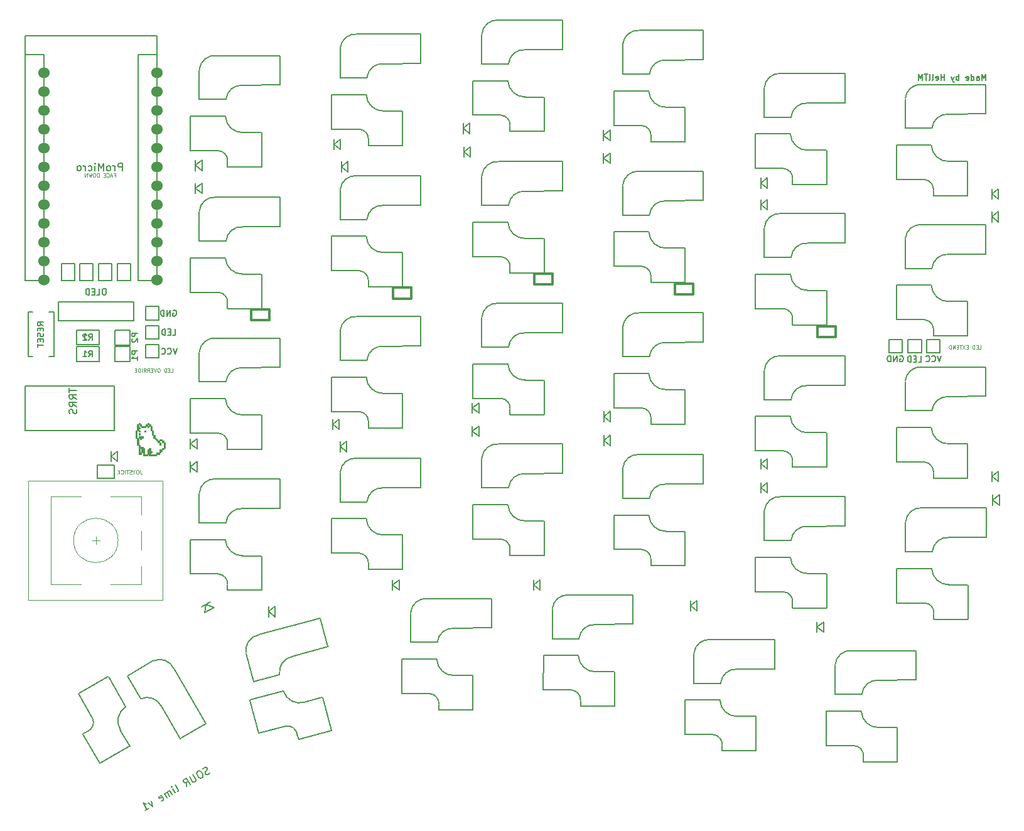
<source format=gbr>
%TF.GenerationSoftware,KiCad,Pcbnew,(5.99.0-9486-g75c525af4f)*%
%TF.CreationDate,2021-09-25T15:51:28+01:00*%
%TF.ProjectId,LimeKeyboard,4c696d65-4b65-4796-926f-6172642e6b69,rev?*%
%TF.SameCoordinates,Original*%
%TF.FileFunction,Legend,Bot*%
%TF.FilePolarity,Positive*%
%FSLAX46Y46*%
G04 Gerber Fmt 4.6, Leading zero omitted, Abs format (unit mm)*
G04 Created by KiCad (PCBNEW (5.99.0-9486-g75c525af4f)) date 2021-09-25 15:51:28*
%MOMM*%
%LPD*%
G01*
G04 APERTURE LIST*
%ADD10C,0.100000*%
%ADD11C,0.150000*%
%ADD12C,0.200000*%
%ADD13C,0.125000*%
%ADD14C,0.300000*%
%ADD15C,0.120000*%
%ADD16C,0.010000*%
%ADD17C,1.524000*%
G04 APERTURE END LIST*
D10*
X98912500Y-106900000D02*
X80837500Y-106900000D01*
X80837500Y-106900000D02*
X80837500Y-122950000D01*
X80837500Y-122950000D02*
X98912500Y-122950000D01*
X98912500Y-122950000D02*
X98912500Y-106900000D01*
D11*
X82831404Y-85938095D02*
X82450452Y-85671428D01*
X82831404Y-85480952D02*
X82031404Y-85480952D01*
X82031404Y-85785714D01*
X82069500Y-85861904D01*
X82107595Y-85900000D01*
X82183785Y-85938095D01*
X82298071Y-85938095D01*
X82374261Y-85900000D01*
X82412357Y-85861904D01*
X82450452Y-85785714D01*
X82450452Y-85480952D01*
X82412357Y-86280952D02*
X82412357Y-86547619D01*
X82831404Y-86661904D02*
X82831404Y-86280952D01*
X82031404Y-86280952D01*
X82031404Y-86661904D01*
X82793309Y-86966666D02*
X82831404Y-87080952D01*
X82831404Y-87271428D01*
X82793309Y-87347619D01*
X82755214Y-87385714D01*
X82679023Y-87423809D01*
X82602833Y-87423809D01*
X82526642Y-87385714D01*
X82488547Y-87347619D01*
X82450452Y-87271428D01*
X82412357Y-87119047D01*
X82374261Y-87042857D01*
X82336166Y-87004761D01*
X82259976Y-86966666D01*
X82183785Y-86966666D01*
X82107595Y-87004761D01*
X82069500Y-87042857D01*
X82031404Y-87119047D01*
X82031404Y-87309523D01*
X82069500Y-87423809D01*
X82412357Y-87766666D02*
X82412357Y-88033333D01*
X82831404Y-88147619D02*
X82831404Y-87766666D01*
X82031404Y-87766666D01*
X82031404Y-88147619D01*
X82031404Y-88376190D02*
X82031404Y-88833333D01*
X82831404Y-88604761D02*
X82031404Y-88604761D01*
D12*
X209952380Y-52836904D02*
X209952380Y-52036904D01*
X209685714Y-52608333D01*
X209419047Y-52036904D01*
X209419047Y-52836904D01*
X208695238Y-52836904D02*
X208695238Y-52417857D01*
X208733333Y-52341666D01*
X208809523Y-52303571D01*
X208961904Y-52303571D01*
X209038095Y-52341666D01*
X208695238Y-52798809D02*
X208771428Y-52836904D01*
X208961904Y-52836904D01*
X209038095Y-52798809D01*
X209076190Y-52722619D01*
X209076190Y-52646428D01*
X209038095Y-52570238D01*
X208961904Y-52532142D01*
X208771428Y-52532142D01*
X208695238Y-52494047D01*
X207971428Y-52836904D02*
X207971428Y-52036904D01*
X207971428Y-52798809D02*
X208047619Y-52836904D01*
X208200000Y-52836904D01*
X208276190Y-52798809D01*
X208314285Y-52760714D01*
X208352380Y-52684523D01*
X208352380Y-52455952D01*
X208314285Y-52379761D01*
X208276190Y-52341666D01*
X208200000Y-52303571D01*
X208047619Y-52303571D01*
X207971428Y-52341666D01*
X207285714Y-52798809D02*
X207361904Y-52836904D01*
X207514285Y-52836904D01*
X207590476Y-52798809D01*
X207628571Y-52722619D01*
X207628571Y-52417857D01*
X207590476Y-52341666D01*
X207514285Y-52303571D01*
X207361904Y-52303571D01*
X207285714Y-52341666D01*
X207247619Y-52417857D01*
X207247619Y-52494047D01*
X207628571Y-52570238D01*
X206295238Y-52836904D02*
X206295238Y-52036904D01*
X206295238Y-52341666D02*
X206219047Y-52303571D01*
X206066666Y-52303571D01*
X205990476Y-52341666D01*
X205952380Y-52379761D01*
X205914285Y-52455952D01*
X205914285Y-52684523D01*
X205952380Y-52760714D01*
X205990476Y-52798809D01*
X206066666Y-52836904D01*
X206219047Y-52836904D01*
X206295238Y-52798809D01*
X205647619Y-52303571D02*
X205457142Y-52836904D01*
X205266666Y-52303571D02*
X205457142Y-52836904D01*
X205533333Y-53027380D01*
X205571428Y-53065476D01*
X205647619Y-53103571D01*
X204352380Y-52836904D02*
X204352380Y-52036904D01*
X204352380Y-52417857D02*
X203895238Y-52417857D01*
X203895238Y-52836904D02*
X203895238Y-52036904D01*
X203209523Y-52798809D02*
X203285714Y-52836904D01*
X203438095Y-52836904D01*
X203514285Y-52798809D01*
X203552380Y-52722619D01*
X203552380Y-52417857D01*
X203514285Y-52341666D01*
X203438095Y-52303571D01*
X203285714Y-52303571D01*
X203209523Y-52341666D01*
X203171428Y-52417857D01*
X203171428Y-52494047D01*
X203552380Y-52570238D01*
X202714285Y-52836904D02*
X202790476Y-52798809D01*
X202828571Y-52722619D01*
X202828571Y-52036904D01*
X202295238Y-52836904D02*
X202371428Y-52798809D01*
X202409523Y-52722619D01*
X202409523Y-52036904D01*
X202104761Y-52036904D02*
X201647619Y-52036904D01*
X201876190Y-52836904D02*
X201876190Y-52036904D01*
X201380952Y-52836904D02*
X201380952Y-52036904D01*
X201114285Y-52608333D01*
X200847619Y-52036904D01*
X200847619Y-52836904D01*
D11*
X93473809Y-65027380D02*
X93473809Y-64027380D01*
X93092857Y-64027380D01*
X92997619Y-64075000D01*
X92950000Y-64122619D01*
X92902380Y-64217857D01*
X92902380Y-64360714D01*
X92950000Y-64455952D01*
X92997619Y-64503571D01*
X93092857Y-64551190D01*
X93473809Y-64551190D01*
X92473809Y-65027380D02*
X92473809Y-64360714D01*
X92473809Y-64551190D02*
X92426190Y-64455952D01*
X92378571Y-64408333D01*
X92283333Y-64360714D01*
X92188095Y-64360714D01*
X91711904Y-65027380D02*
X91807142Y-64979761D01*
X91854761Y-64932142D01*
X91902380Y-64836904D01*
X91902380Y-64551190D01*
X91854761Y-64455952D01*
X91807142Y-64408333D01*
X91711904Y-64360714D01*
X91569047Y-64360714D01*
X91473809Y-64408333D01*
X91426190Y-64455952D01*
X91378571Y-64551190D01*
X91378571Y-64836904D01*
X91426190Y-64932142D01*
X91473809Y-64979761D01*
X91569047Y-65027380D01*
X91711904Y-65027380D01*
X90950000Y-65027380D02*
X90950000Y-64027380D01*
X90616666Y-64741666D01*
X90283333Y-64027380D01*
X90283333Y-65027380D01*
X89807142Y-65027380D02*
X89807142Y-64360714D01*
X89807142Y-64027380D02*
X89854761Y-64075000D01*
X89807142Y-64122619D01*
X89759523Y-64075000D01*
X89807142Y-64027380D01*
X89807142Y-64122619D01*
X88902380Y-64979761D02*
X88997619Y-65027380D01*
X89188095Y-65027380D01*
X89283333Y-64979761D01*
X89330952Y-64932142D01*
X89378571Y-64836904D01*
X89378571Y-64551190D01*
X89330952Y-64455952D01*
X89283333Y-64408333D01*
X89188095Y-64360714D01*
X88997619Y-64360714D01*
X88902380Y-64408333D01*
X88473809Y-65027380D02*
X88473809Y-64360714D01*
X88473809Y-64551190D02*
X88426190Y-64455952D01*
X88378571Y-64408333D01*
X88283333Y-64360714D01*
X88188095Y-64360714D01*
X87711904Y-65027380D02*
X87807142Y-64979761D01*
X87854761Y-64932142D01*
X87902380Y-64836904D01*
X87902380Y-64551190D01*
X87854761Y-64455952D01*
X87807142Y-64408333D01*
X87711904Y-64360714D01*
X87569047Y-64360714D01*
X87473809Y-64408333D01*
X87426190Y-64455952D01*
X87378571Y-64551190D01*
X87378571Y-64836904D01*
X87426190Y-64932142D01*
X87473809Y-64979761D01*
X87569047Y-65027380D01*
X87711904Y-65027380D01*
D13*
X209029761Y-89076190D02*
X209267857Y-89076190D01*
X209267857Y-88576190D01*
X208863095Y-88814285D02*
X208696428Y-88814285D01*
X208625000Y-89076190D02*
X208863095Y-89076190D01*
X208863095Y-88576190D01*
X208625000Y-88576190D01*
X208410714Y-89076190D02*
X208410714Y-88576190D01*
X208291666Y-88576190D01*
X208220238Y-88600000D01*
X208172619Y-88647619D01*
X208148809Y-88695238D01*
X208125000Y-88790476D01*
X208125000Y-88861904D01*
X208148809Y-88957142D01*
X208172619Y-89004761D01*
X208220238Y-89052380D01*
X208291666Y-89076190D01*
X208410714Y-89076190D01*
X207529761Y-88814285D02*
X207363095Y-88814285D01*
X207291666Y-89076190D02*
X207529761Y-89076190D01*
X207529761Y-88576190D01*
X207291666Y-88576190D01*
X207125000Y-88576190D02*
X206791666Y-89076190D01*
X206791666Y-88576190D02*
X207125000Y-89076190D01*
X206672619Y-88576190D02*
X206386904Y-88576190D01*
X206529761Y-89076190D02*
X206529761Y-88576190D01*
X206220238Y-88814285D02*
X206053571Y-88814285D01*
X205982142Y-89076190D02*
X206220238Y-89076190D01*
X206220238Y-88576190D01*
X205982142Y-88576190D01*
X205767857Y-89076190D02*
X205767857Y-88576190D01*
X205482142Y-89076190D01*
X205482142Y-88576190D01*
X205244047Y-89076190D02*
X205244047Y-88576190D01*
X205125000Y-88576190D01*
X205053571Y-88600000D01*
X205005952Y-88647619D01*
X204982142Y-88695238D01*
X204958333Y-88790476D01*
X204958333Y-88861904D01*
X204982142Y-88957142D01*
X205005952Y-89004761D01*
X205053571Y-89052380D01*
X205125000Y-89076190D01*
X205244047Y-89076190D01*
D11*
X91105495Y-80954895D02*
X90950676Y-80954895D01*
X90873266Y-80993600D01*
X90795857Y-81071009D01*
X90757152Y-81225828D01*
X90757152Y-81496761D01*
X90795857Y-81651580D01*
X90873266Y-81728990D01*
X90950676Y-81767695D01*
X91105495Y-81767695D01*
X91182904Y-81728990D01*
X91260314Y-81651580D01*
X91299019Y-81496761D01*
X91299019Y-81225828D01*
X91260314Y-81071009D01*
X91182904Y-80993600D01*
X91105495Y-80954895D01*
X90021761Y-81767695D02*
X90408809Y-81767695D01*
X90408809Y-80954895D01*
X89750828Y-81341942D02*
X89479895Y-81341942D01*
X89363780Y-81767695D02*
X89750828Y-81767695D01*
X89750828Y-80954895D01*
X89363780Y-80954895D01*
X89015438Y-81767695D02*
X89015438Y-80954895D01*
X88821914Y-80954895D01*
X88705800Y-80993600D01*
X88628390Y-81071009D01*
X88589685Y-81148419D01*
X88550980Y-81303238D01*
X88550980Y-81419352D01*
X88589685Y-81574171D01*
X88628390Y-81651580D01*
X88705800Y-81728990D01*
X88821914Y-81767695D01*
X89015438Y-81767695D01*
D13*
X100034522Y-92201190D02*
X100272618Y-92201190D01*
X100272618Y-91701190D01*
X99867856Y-91939285D02*
X99701189Y-91939285D01*
X99629760Y-92201190D02*
X99867856Y-92201190D01*
X99867856Y-91701190D01*
X99629760Y-91701190D01*
X99415475Y-92201190D02*
X99415475Y-91701190D01*
X99296427Y-91701190D01*
X99224999Y-91725000D01*
X99177379Y-91772619D01*
X99153570Y-91820238D01*
X99129760Y-91915476D01*
X99129760Y-91986904D01*
X99153570Y-92082142D01*
X99177379Y-92129761D01*
X99224999Y-92177380D01*
X99296427Y-92201190D01*
X99415475Y-92201190D01*
X98439284Y-91701190D02*
X98344046Y-91701190D01*
X98296427Y-91725000D01*
X98248808Y-91772619D01*
X98224999Y-91867857D01*
X98224999Y-92034523D01*
X98248808Y-92129761D01*
X98296427Y-92177380D01*
X98344046Y-92201190D01*
X98439284Y-92201190D01*
X98486903Y-92177380D01*
X98534522Y-92129761D01*
X98558332Y-92034523D01*
X98558332Y-91867857D01*
X98534522Y-91772619D01*
X98486903Y-91725000D01*
X98439284Y-91701190D01*
X98082141Y-91701190D02*
X97915475Y-92201190D01*
X97748808Y-91701190D01*
X97582141Y-91939285D02*
X97415475Y-91939285D01*
X97344046Y-92201190D02*
X97582141Y-92201190D01*
X97582141Y-91701190D01*
X97344046Y-91701190D01*
X96844046Y-92201190D02*
X97010713Y-91963095D01*
X97129760Y-92201190D02*
X97129760Y-91701190D01*
X96939284Y-91701190D01*
X96891665Y-91725000D01*
X96867856Y-91748809D01*
X96844046Y-91796428D01*
X96844046Y-91867857D01*
X96867856Y-91915476D01*
X96891665Y-91939285D01*
X96939284Y-91963095D01*
X97129760Y-91963095D01*
X96344046Y-92201190D02*
X96510713Y-91963095D01*
X96629760Y-92201190D02*
X96629760Y-91701190D01*
X96439284Y-91701190D01*
X96391665Y-91725000D01*
X96367856Y-91748809D01*
X96344046Y-91796428D01*
X96344046Y-91867857D01*
X96367856Y-91915476D01*
X96391665Y-91939285D01*
X96439284Y-91963095D01*
X96629760Y-91963095D01*
X96129760Y-92201190D02*
X96129760Y-91701190D01*
X95891665Y-92201190D02*
X95891665Y-91701190D01*
X95772618Y-91701190D01*
X95701189Y-91725000D01*
X95653570Y-91772619D01*
X95629760Y-91820238D01*
X95605951Y-91915476D01*
X95605951Y-91986904D01*
X95629760Y-92082142D01*
X95653570Y-92129761D01*
X95701189Y-92177380D01*
X95772618Y-92201190D01*
X95891665Y-92201190D01*
X95391665Y-91939285D02*
X95224999Y-91939285D01*
X95153570Y-92201190D02*
X95391665Y-92201190D01*
X95391665Y-91701190D01*
X95153570Y-91701190D01*
D11*
X86327380Y-94363095D02*
X86327380Y-94934523D01*
X87327380Y-94648809D02*
X86327380Y-94648809D01*
X87327380Y-95839285D02*
X86851190Y-95505952D01*
X87327380Y-95267857D02*
X86327380Y-95267857D01*
X86327380Y-95648809D01*
X86375000Y-95744047D01*
X86422619Y-95791666D01*
X86517857Y-95839285D01*
X86660714Y-95839285D01*
X86755952Y-95791666D01*
X86803571Y-95744047D01*
X86851190Y-95648809D01*
X86851190Y-95267857D01*
X87327380Y-96839285D02*
X86851190Y-96505952D01*
X87327380Y-96267857D02*
X86327380Y-96267857D01*
X86327380Y-96648809D01*
X86375000Y-96744047D01*
X86422619Y-96791666D01*
X86517857Y-96839285D01*
X86660714Y-96839285D01*
X86755952Y-96791666D01*
X86803571Y-96744047D01*
X86851190Y-96648809D01*
X86851190Y-96267857D01*
X87279761Y-97220238D02*
X87327380Y-97363095D01*
X87327380Y-97601190D01*
X87279761Y-97696428D01*
X87232142Y-97744047D01*
X87136904Y-97791666D01*
X87041666Y-97791666D01*
X86946428Y-97744047D01*
X86898809Y-97696428D01*
X86851190Y-97601190D01*
X86803571Y-97410714D01*
X86755952Y-97315476D01*
X86708333Y-97267857D01*
X86613095Y-97220238D01*
X86517857Y-97220238D01*
X86422619Y-97267857D01*
X86375000Y-97315476D01*
X86327380Y-97410714D01*
X86327380Y-97648809D01*
X86375000Y-97791666D01*
D12*
X105273747Y-146251724D02*
X105173838Y-146364392D01*
X104967642Y-146483440D01*
X104861354Y-146489819D01*
X104796305Y-146472390D01*
X104707447Y-146413720D01*
X104659827Y-146331242D01*
X104653448Y-146224954D01*
X104670878Y-146159905D01*
X104729547Y-146071047D01*
X104870694Y-145934569D01*
X104929363Y-145845711D01*
X104946793Y-145780662D01*
X104940413Y-145674374D01*
X104892794Y-145591895D01*
X104803936Y-145533226D01*
X104738887Y-145515796D01*
X104632599Y-145522176D01*
X104426403Y-145641224D01*
X104326494Y-145753892D01*
X103766574Y-146022176D02*
X103601616Y-146117414D01*
X103542947Y-146206273D01*
X103508088Y-146336370D01*
X103562087Y-146525137D01*
X103728753Y-146813812D01*
X103865231Y-146954960D01*
X103995328Y-146989819D01*
X104101616Y-146983440D01*
X104266574Y-146888201D01*
X104325243Y-146799343D01*
X104360102Y-146669245D01*
X104306104Y-146480479D01*
X104139437Y-146191804D01*
X104002959Y-146050656D01*
X103872862Y-146015796D01*
X103766574Y-146022176D01*
X103024266Y-146450747D02*
X103429028Y-147151816D01*
X103435408Y-147258104D01*
X103417978Y-147323153D01*
X103359309Y-147412011D01*
X103194352Y-147507249D01*
X103088064Y-147513629D01*
X103023015Y-147496199D01*
X102934156Y-147437530D01*
X102529395Y-146736462D01*
X102122130Y-148126297D02*
X102172710Y-147547237D01*
X102617001Y-147840582D02*
X102117001Y-146974557D01*
X101787087Y-147165033D01*
X101728418Y-147253892D01*
X101710988Y-147318940D01*
X101717368Y-147425229D01*
X101788796Y-147548946D01*
X101877655Y-147607616D01*
X101942704Y-147625045D01*
X102048992Y-147618666D01*
X102378906Y-147428189D01*
X100967429Y-148792963D02*
X101026098Y-148704105D01*
X101019719Y-148597817D01*
X100591147Y-147855509D01*
X100637515Y-148983440D02*
X100304182Y-148406089D01*
X100137515Y-148117414D02*
X100202564Y-148134844D01*
X100185134Y-148199893D01*
X100120085Y-148182463D01*
X100137515Y-148117414D01*
X100185134Y-148199893D01*
X100225122Y-149221535D02*
X99891788Y-148644185D01*
X99939408Y-148726663D02*
X99874359Y-148709233D01*
X99768071Y-148715613D01*
X99644353Y-148787042D01*
X99585684Y-148875900D01*
X99592063Y-148982188D01*
X99853968Y-149435821D01*
X99592063Y-148982188D02*
X99503205Y-148923519D01*
X99396917Y-148929899D01*
X99273199Y-149001327D01*
X99214530Y-149090186D01*
X99220910Y-149196474D01*
X99482814Y-149650106D01*
X98716697Y-150037438D02*
X98822985Y-150031059D01*
X98987943Y-149935821D01*
X99046612Y-149846962D01*
X99040232Y-149740674D01*
X98849756Y-149410760D01*
X98760897Y-149352091D01*
X98654609Y-149358470D01*
X98489652Y-149453708D01*
X98430983Y-149542567D01*
X98437363Y-149648855D01*
X98484982Y-149731333D01*
X98944994Y-149575717D01*
X97417430Y-150072756D02*
X97544567Y-150769154D01*
X97005037Y-150310851D01*
X96554824Y-151340582D02*
X97049695Y-151054868D01*
X96802259Y-151197725D02*
X96302259Y-150331700D01*
X96456167Y-150407799D01*
X96586264Y-150442658D01*
X96692552Y-150436279D01*
D13*
X92369047Y-65614285D02*
X92535714Y-65614285D01*
X92535714Y-65876190D02*
X92535714Y-65376190D01*
X92297619Y-65376190D01*
X92130952Y-65733333D02*
X91892857Y-65733333D01*
X92178571Y-65876190D02*
X92011904Y-65376190D01*
X91845238Y-65876190D01*
X91392857Y-65828571D02*
X91416666Y-65852380D01*
X91488095Y-65876190D01*
X91535714Y-65876190D01*
X91607142Y-65852380D01*
X91654761Y-65804761D01*
X91678571Y-65757142D01*
X91702380Y-65661904D01*
X91702380Y-65590476D01*
X91678571Y-65495238D01*
X91654761Y-65447619D01*
X91607142Y-65400000D01*
X91535714Y-65376190D01*
X91488095Y-65376190D01*
X91416666Y-65400000D01*
X91392857Y-65423809D01*
X91178571Y-65614285D02*
X91011904Y-65614285D01*
X90940476Y-65876190D02*
X91178571Y-65876190D01*
X91178571Y-65376190D01*
X90940476Y-65376190D01*
X90345238Y-65876190D02*
X90345238Y-65376190D01*
X90226190Y-65376190D01*
X90154761Y-65400000D01*
X90107142Y-65447619D01*
X90083333Y-65495238D01*
X90059523Y-65590476D01*
X90059523Y-65661904D01*
X90083333Y-65757142D01*
X90107142Y-65804761D01*
X90154761Y-65852380D01*
X90226190Y-65876190D01*
X90345238Y-65876190D01*
X89750000Y-65376190D02*
X89654761Y-65376190D01*
X89607142Y-65400000D01*
X89559523Y-65447619D01*
X89535714Y-65542857D01*
X89535714Y-65709523D01*
X89559523Y-65804761D01*
X89607142Y-65852380D01*
X89654761Y-65876190D01*
X89750000Y-65876190D01*
X89797619Y-65852380D01*
X89845238Y-65804761D01*
X89869047Y-65709523D01*
X89869047Y-65542857D01*
X89845238Y-65447619D01*
X89797619Y-65400000D01*
X89750000Y-65376190D01*
X89369047Y-65376190D02*
X89250000Y-65876190D01*
X89154761Y-65519047D01*
X89059523Y-65876190D01*
X88940476Y-65376190D01*
X88750000Y-65876190D02*
X88750000Y-65376190D01*
X88464285Y-65876190D01*
X88464285Y-65376190D01*
D11*
%TO.C,R2*%
X88965105Y-87872669D02*
X89231772Y-87491717D01*
X89422248Y-87872669D02*
X89422248Y-87072669D01*
X89117486Y-87072669D01*
X89041295Y-87110765D01*
X89003200Y-87148860D01*
X88965105Y-87225050D01*
X88965105Y-87339336D01*
X89003200Y-87415526D01*
X89041295Y-87453622D01*
X89117486Y-87491717D01*
X89422248Y-87491717D01*
X88203200Y-87872669D02*
X88660343Y-87872669D01*
X88431772Y-87872669D02*
X88431772Y-87072669D01*
X88507962Y-87186955D01*
X88584152Y-87263145D01*
X88660343Y-87301241D01*
X88965105Y-87872669D02*
X89231772Y-87491717D01*
X89422248Y-87872669D02*
X89422248Y-87072669D01*
X89117486Y-87072669D01*
X89041295Y-87110765D01*
X89003200Y-87148860D01*
X88965105Y-87225050D01*
X88965105Y-87339336D01*
X89003200Y-87415526D01*
X89041295Y-87453622D01*
X89117486Y-87491717D01*
X89422248Y-87491717D01*
X88660343Y-87148860D02*
X88622248Y-87110765D01*
X88546057Y-87072669D01*
X88355581Y-87072669D01*
X88279391Y-87110765D01*
X88241295Y-87148860D01*
X88203200Y-87225050D01*
X88203200Y-87301241D01*
X88241295Y-87415526D01*
X88698438Y-87872669D01*
X88203200Y-87872669D01*
%TO.C,LED*%
X100262985Y-87217204D02*
X100643938Y-87217204D01*
X100643938Y-86417204D01*
X99996319Y-86798157D02*
X99729652Y-86798157D01*
X99615366Y-87217204D02*
X99996319Y-87217204D01*
X99996319Y-86417204D01*
X99615366Y-86417204D01*
X99272509Y-87217204D02*
X99272509Y-86417204D01*
X99082033Y-86417204D01*
X98967747Y-86455300D01*
X98891557Y-86531490D01*
X98853461Y-86607680D01*
X98815366Y-86760061D01*
X98815366Y-86874347D01*
X98853461Y-87026728D01*
X98891557Y-87102919D01*
X98967747Y-87179109D01*
X99082033Y-87217204D01*
X99272509Y-87217204D01*
X100853466Y-88982304D02*
X100586800Y-89782304D01*
X100320133Y-88982304D01*
X99596323Y-89706114D02*
X99634419Y-89744209D01*
X99748704Y-89782304D01*
X99824895Y-89782304D01*
X99939180Y-89744209D01*
X100015371Y-89668019D01*
X100053466Y-89591828D01*
X100091561Y-89439447D01*
X100091561Y-89325161D01*
X100053466Y-89172780D01*
X100015371Y-89096590D01*
X99939180Y-89020400D01*
X99824895Y-88982304D01*
X99748704Y-88982304D01*
X99634419Y-89020400D01*
X99596323Y-89058495D01*
X98796323Y-89706114D02*
X98834419Y-89744209D01*
X98948704Y-89782304D01*
X99024895Y-89782304D01*
X99139180Y-89744209D01*
X99215371Y-89668019D01*
X99253466Y-89591828D01*
X99291561Y-89439447D01*
X99291561Y-89325161D01*
X99253466Y-89172780D01*
X99215371Y-89096590D01*
X99139180Y-89020400D01*
X99024895Y-88982304D01*
X98948704Y-88982304D01*
X98834419Y-89020400D01*
X98796323Y-89058495D01*
X100334423Y-83880700D02*
X100410614Y-83842604D01*
X100524900Y-83842604D01*
X100639185Y-83880700D01*
X100715376Y-83956890D01*
X100753471Y-84033080D01*
X100791566Y-84185461D01*
X100791566Y-84299747D01*
X100753471Y-84452128D01*
X100715376Y-84528319D01*
X100639185Y-84604509D01*
X100524900Y-84642604D01*
X100448709Y-84642604D01*
X100334423Y-84604509D01*
X100296328Y-84566414D01*
X100296328Y-84299747D01*
X100448709Y-84299747D01*
X99953471Y-84642604D02*
X99953471Y-83842604D01*
X99496328Y-84642604D01*
X99496328Y-83842604D01*
X99115376Y-84642604D02*
X99115376Y-83842604D01*
X98924900Y-83842604D01*
X98810614Y-83880700D01*
X98734423Y-83956890D01*
X98696328Y-84033080D01*
X98658233Y-84185461D01*
X98658233Y-84299747D01*
X98696328Y-84452128D01*
X98734423Y-84528319D01*
X98810614Y-84604509D01*
X98924900Y-84642604D01*
X99115376Y-84642604D01*
X198344023Y-90056700D02*
X198420214Y-90018604D01*
X198534500Y-90018604D01*
X198648785Y-90056700D01*
X198724976Y-90132890D01*
X198763071Y-90209080D01*
X198801166Y-90361461D01*
X198801166Y-90475747D01*
X198763071Y-90628128D01*
X198724976Y-90704319D01*
X198648785Y-90780509D01*
X198534500Y-90818604D01*
X198458309Y-90818604D01*
X198344023Y-90780509D01*
X198305928Y-90742414D01*
X198305928Y-90475747D01*
X198458309Y-90475747D01*
X197963071Y-90818604D02*
X197963071Y-90018604D01*
X197505928Y-90818604D01*
X197505928Y-90018604D01*
X197124976Y-90818604D02*
X197124976Y-90018604D01*
X196934500Y-90018604D01*
X196820214Y-90056700D01*
X196744023Y-90132890D01*
X196705928Y-90209080D01*
X196667833Y-90361461D01*
X196667833Y-90475747D01*
X196705928Y-90628128D01*
X196744023Y-90704319D01*
X196820214Y-90780509D01*
X196934500Y-90818604D01*
X197124976Y-90818604D01*
X203920866Y-90022404D02*
X203654200Y-90822404D01*
X203387533Y-90022404D01*
X202663723Y-90746214D02*
X202701819Y-90784309D01*
X202816104Y-90822404D01*
X202892295Y-90822404D01*
X203006580Y-90784309D01*
X203082771Y-90708119D01*
X203120866Y-90631928D01*
X203158961Y-90479547D01*
X203158961Y-90365261D01*
X203120866Y-90212880D01*
X203082771Y-90136690D01*
X203006580Y-90060500D01*
X202892295Y-90022404D01*
X202816104Y-90022404D01*
X202701819Y-90060500D01*
X202663723Y-90098595D01*
X201863723Y-90746214D02*
X201901819Y-90784309D01*
X202016104Y-90822404D01*
X202092295Y-90822404D01*
X202206580Y-90784309D01*
X202282771Y-90708119D01*
X202320866Y-90631928D01*
X202358961Y-90479547D01*
X202358961Y-90365261D01*
X202320866Y-90212880D01*
X202282771Y-90136690D01*
X202206580Y-90060500D01*
X202092295Y-90022404D01*
X202016104Y-90022404D01*
X201901819Y-90060500D01*
X201863723Y-90098595D01*
X200828485Y-90847504D02*
X201209438Y-90847504D01*
X201209438Y-90047504D01*
X200561819Y-90428457D02*
X200295152Y-90428457D01*
X200180866Y-90847504D02*
X200561819Y-90847504D01*
X200561819Y-90047504D01*
X200180866Y-90047504D01*
X199838009Y-90847504D02*
X199838009Y-90047504D01*
X199647533Y-90047504D01*
X199533247Y-90085600D01*
X199457057Y-90161790D01*
X199418961Y-90237980D01*
X199380866Y-90390361D01*
X199380866Y-90504647D01*
X199418961Y-90657028D01*
X199457057Y-90733219D01*
X199533247Y-90809409D01*
X199647533Y-90847504D01*
X199838009Y-90847504D01*
%TO.C,R1*%
X88965105Y-90110704D02*
X89231772Y-89729752D01*
X89422248Y-90110704D02*
X89422248Y-89310704D01*
X89117486Y-89310704D01*
X89041295Y-89348800D01*
X89003200Y-89386895D01*
X88965105Y-89463085D01*
X88965105Y-89577371D01*
X89003200Y-89653561D01*
X89041295Y-89691657D01*
X89117486Y-89729752D01*
X89422248Y-89729752D01*
X88203200Y-90110704D02*
X88660343Y-90110704D01*
X88431772Y-90110704D02*
X88431772Y-89310704D01*
X88507962Y-89424990D01*
X88584152Y-89501180D01*
X88660343Y-89539276D01*
%TO.C,P2*%
X95554404Y-86958323D02*
X94754404Y-86958323D01*
X94754404Y-87263085D01*
X94792500Y-87339276D01*
X94830595Y-87377371D01*
X94906785Y-87415466D01*
X95021071Y-87415466D01*
X95097261Y-87377371D01*
X95135357Y-87339276D01*
X95173452Y-87263085D01*
X95173452Y-86958323D01*
X94830595Y-87720228D02*
X94792500Y-87758323D01*
X94754404Y-87834514D01*
X94754404Y-88024990D01*
X94792500Y-88101180D01*
X94830595Y-88139276D01*
X94906785Y-88177371D01*
X94982976Y-88177371D01*
X95097261Y-88139276D01*
X95554404Y-87682133D01*
X95554404Y-88177371D01*
%TO.C,P1*%
X95554404Y-89358323D02*
X94754404Y-89358323D01*
X94754404Y-89663085D01*
X94792500Y-89739276D01*
X94830595Y-89777371D01*
X94906785Y-89815466D01*
X95021071Y-89815466D01*
X95097261Y-89777371D01*
X95135357Y-89739276D01*
X95173452Y-89663085D01*
X95173452Y-89358323D01*
X95554404Y-90577371D02*
X95554404Y-90120228D01*
X95554404Y-90348800D02*
X94754404Y-90348800D01*
X94868690Y-90272609D01*
X94944880Y-90196419D01*
X94982976Y-90120228D01*
D13*
%TO.C,JP6*%
X95902380Y-105426190D02*
X95902380Y-105783333D01*
X95926190Y-105854761D01*
X95973809Y-105902380D01*
X96045238Y-105926190D01*
X96092857Y-105926190D01*
X95569047Y-105426190D02*
X95473809Y-105426190D01*
X95426190Y-105450000D01*
X95378571Y-105497619D01*
X95354761Y-105592857D01*
X95354761Y-105759523D01*
X95378571Y-105854761D01*
X95426190Y-105902380D01*
X95473809Y-105926190D01*
X95569047Y-105926190D01*
X95616666Y-105902380D01*
X95664285Y-105854761D01*
X95688095Y-105759523D01*
X95688095Y-105592857D01*
X95664285Y-105497619D01*
X95616666Y-105450000D01*
X95569047Y-105426190D01*
X95045238Y-105688095D02*
X95045238Y-105926190D01*
X95211904Y-105426190D02*
X95045238Y-105688095D01*
X94878571Y-105426190D01*
X94735714Y-105902380D02*
X94664285Y-105926190D01*
X94545238Y-105926190D01*
X94497619Y-105902380D01*
X94473809Y-105878571D01*
X94450000Y-105830952D01*
X94450000Y-105783333D01*
X94473809Y-105735714D01*
X94497619Y-105711904D01*
X94545238Y-105688095D01*
X94640476Y-105664285D01*
X94688095Y-105640476D01*
X94711904Y-105616666D01*
X94735714Y-105569047D01*
X94735714Y-105521428D01*
X94711904Y-105473809D01*
X94688095Y-105450000D01*
X94640476Y-105426190D01*
X94521428Y-105426190D01*
X94450000Y-105450000D01*
X94307142Y-105426190D02*
X94021428Y-105426190D01*
X94164285Y-105926190D02*
X94164285Y-105426190D01*
X93854761Y-105926190D02*
X93854761Y-105426190D01*
X93330952Y-105878571D02*
X93354761Y-105902380D01*
X93426190Y-105926190D01*
X93473809Y-105926190D01*
X93545238Y-105902380D01*
X93592857Y-105854761D01*
X93616666Y-105807142D01*
X93640476Y-105711904D01*
X93640476Y-105640476D01*
X93616666Y-105545238D01*
X93592857Y-105497619D01*
X93545238Y-105450000D01*
X93473809Y-105426190D01*
X93426190Y-105426190D01*
X93354761Y-105450000D01*
X93330952Y-105473809D01*
X93116666Y-105926190D02*
X93116666Y-105426190D01*
X92830952Y-105926190D02*
X93045238Y-105640476D01*
X92830952Y-105426190D02*
X93116666Y-105711904D01*
D14*
%TO.C,D35*%
X170495400Y-81701500D02*
X168075400Y-81701500D01*
X168045400Y-81701500D02*
X168045400Y-80251500D01*
X170495400Y-80251500D02*
X170495400Y-81701500D01*
X168045400Y-80251500D02*
X170495400Y-80251500D01*
D11*
%TO.C,D20*%
X122849300Y-102235600D02*
X123749300Y-101535600D01*
X123749300Y-102935600D02*
X122849300Y-102235600D01*
X122849300Y-101535600D02*
X122849300Y-102935600D01*
X123749300Y-101535600D02*
X123749300Y-102935600D01*
%TO.C,D2*%
X122014400Y-61503900D02*
X122914400Y-60803900D01*
X122014400Y-60803900D02*
X122014400Y-62203900D01*
X122914400Y-60803900D02*
X122914400Y-62203900D01*
X122914400Y-62203900D02*
X122014400Y-61503900D01*
%TO.C,SW1*%
X112234000Y-59886900D02*
X109684000Y-59886900D01*
X112234000Y-64536900D02*
X107684000Y-64536900D01*
X107384000Y-57686900D02*
X102684000Y-57686900D01*
X103859000Y-51461900D02*
X103859000Y-55406900D01*
X107679000Y-63811900D02*
X107679000Y-64511900D01*
X112259000Y-59911899D02*
X112259000Y-64511900D01*
X106459000Y-62336900D02*
X102684000Y-62336900D01*
X114759000Y-53415900D02*
X114759000Y-49507900D01*
X114759000Y-49507900D02*
X106134000Y-49507900D01*
X102684000Y-57711900D02*
X102659001Y-62311900D01*
X103859000Y-55415900D02*
X107469000Y-55415900D01*
X114759000Y-53461900D02*
X109709000Y-53507900D01*
X107679000Y-63761900D02*
G75*
G03*
X106459000Y-62341900I-1320000J100000D01*
G01*
X103870000Y-51391900D02*
G75*
G02*
X106134000Y-49507900I2074000J-190000D01*
G01*
X107389000Y-57711900D02*
G75*
G03*
X109759000Y-59881900I2270000J100000D01*
G01*
X107474001Y-55391899D02*
G75*
G02*
X109734000Y-53511900I2069999J-190000D01*
G01*
%TO.C,SW24*%
X202634000Y-118686900D02*
X197934000Y-118686900D01*
X199109000Y-112461900D02*
X199109000Y-116406900D01*
X207509000Y-120911899D02*
X207509000Y-125511900D01*
X210009000Y-110507900D02*
X201384000Y-110507900D01*
X201709000Y-123336900D02*
X197934000Y-123336900D01*
X207484000Y-125536900D02*
X202934000Y-125536900D01*
X210009000Y-114461900D02*
X204959000Y-114507900D01*
X210009000Y-114415900D02*
X210009000Y-110507900D01*
X197934000Y-118711900D02*
X197909001Y-123311900D01*
X207484000Y-120886900D02*
X204934000Y-120886900D01*
X202929000Y-124811900D02*
X202929000Y-125511900D01*
X199109000Y-116415900D02*
X202719000Y-116415900D01*
X202929000Y-124761900D02*
G75*
G03*
X201709000Y-123341900I-1320000J100000D01*
G01*
X199120000Y-112391900D02*
G75*
G02*
X201384000Y-110507900I2074000J-190000D01*
G01*
X202639000Y-118711900D02*
G75*
G03*
X205009000Y-120881900I2270000J100000D01*
G01*
X202724001Y-116391899D02*
G75*
G02*
X204984000Y-114511900I2069999J-190000D01*
G01*
%TO.C,D10*%
X159276200Y-62660900D02*
X159276200Y-64060900D01*
X158376200Y-63360900D02*
X159276200Y-62660900D01*
X159276200Y-64060900D02*
X158376200Y-63360900D01*
X158376200Y-62660900D02*
X158376200Y-64060900D01*
%TO.C,D26*%
X114090400Y-123810800D02*
X114090400Y-125210800D01*
X113190400Y-123810800D02*
X113190400Y-125210800D01*
X114090400Y-125210800D02*
X113190400Y-124510800D01*
X113190400Y-124510800D02*
X114090400Y-123810800D01*
%TO.C,D14*%
X121849300Y-99235600D02*
X122749300Y-98535600D01*
X121849300Y-98535600D02*
X121849300Y-99935600D01*
X122749300Y-99935600D02*
X121849300Y-99235600D01*
X122749300Y-98535600D02*
X122749300Y-99935600D01*
%TO.C,D4*%
X159276200Y-60960900D02*
X158376200Y-60260900D01*
X159276200Y-59560900D02*
X159276200Y-60960900D01*
X158376200Y-59560900D02*
X158376200Y-60960900D01*
X158376200Y-60260900D02*
X159276200Y-59560900D01*
%TO.C,D13*%
X102673200Y-101880100D02*
X103573200Y-101180100D01*
X103573200Y-102580100D02*
X102673200Y-101880100D01*
X103573200Y-101180100D02*
X103573200Y-102580100D01*
X102673200Y-101180100D02*
X102673200Y-102580100D01*
%TO.C,SW3*%
X145484000Y-52896900D02*
X140784000Y-52896900D01*
X152859000Y-48625900D02*
X152859000Y-44717900D01*
X150334000Y-55096900D02*
X147784000Y-55096900D01*
X150359000Y-55121899D02*
X150359000Y-59721900D01*
X150334000Y-59746900D02*
X145784000Y-59746900D01*
X145779000Y-59021900D02*
X145779000Y-59721900D01*
X152859000Y-44717900D02*
X144234000Y-44717900D01*
X141959000Y-50625900D02*
X145569000Y-50625900D01*
X144559000Y-57546900D02*
X140784000Y-57546900D01*
X141959000Y-46671900D02*
X141959000Y-50616900D01*
X152859000Y-48671900D02*
X147809000Y-48717900D01*
X140784000Y-52921900D02*
X140759001Y-57521900D01*
X145779000Y-58971900D02*
G75*
G03*
X144559000Y-57551900I-1320000J100000D01*
G01*
X145489000Y-52921900D02*
G75*
G03*
X147859000Y-55091900I2270000J100000D01*
G01*
X145574001Y-50601899D02*
G75*
G02*
X147834000Y-48721900I2069999J-190000D01*
G01*
X141970000Y-46601900D02*
G75*
G02*
X144234000Y-44717900I2074000J-190000D01*
G01*
%TO.C,D1*%
X103359000Y-63611900D02*
X103359000Y-65011900D01*
X104259000Y-63611900D02*
X104259000Y-65011900D01*
X103359000Y-64311900D02*
X104259000Y-63611900D01*
X104259000Y-65011900D02*
X103359000Y-64311900D01*
%TO.C,D7*%
X103359000Y-67411900D02*
X104259000Y-66711900D01*
X104259000Y-66711900D02*
X104259000Y-68111900D01*
X104259000Y-68111900D02*
X103359000Y-67411900D01*
X103359000Y-66711900D02*
X103359000Y-68111900D01*
%TO.C,RSW1*%
X80761100Y-84123200D02*
X81361100Y-84123200D01*
X80761100Y-90123200D02*
X81361100Y-90123200D01*
X84261100Y-84123200D02*
X84261100Y-90123200D01*
X84261100Y-84123200D02*
X83561100Y-84123200D01*
X84261100Y-90123200D02*
X83561100Y-90123200D01*
X80761100Y-90123200D02*
X80761100Y-84123200D01*
X84261100Y-84123200D02*
X84261100Y-90023200D01*
%TO.C,R2*%
X90331772Y-88510765D02*
X87331772Y-88510765D01*
X87331772Y-86510765D02*
X90331772Y-86510765D01*
X90331772Y-86510765D02*
X90331772Y-88510765D01*
X87331772Y-88510765D02*
X87331772Y-86510765D01*
%TO.C,D6*%
X210746300Y-68162700D02*
X211646300Y-67462700D01*
X211646300Y-68862700D02*
X210746300Y-68162700D01*
X210746300Y-67462700D02*
X210746300Y-68862700D01*
X211646300Y-67462700D02*
X211646300Y-68862700D01*
%TO.C,D5*%
X179597100Y-66699200D02*
X180497100Y-65999200D01*
X180497100Y-67399200D02*
X179597100Y-66699200D01*
X179597100Y-65999200D02*
X179597100Y-67399200D01*
X180497100Y-65999200D02*
X180497100Y-67399200D01*
%TO.C,D3*%
X140339700Y-60018100D02*
X139439700Y-59318100D01*
X140339700Y-58618100D02*
X140339700Y-60018100D01*
X139439700Y-59318100D02*
X140339700Y-58618100D01*
X139439700Y-58618100D02*
X139439700Y-60018100D01*
%TO.C,D12*%
X211646300Y-71962700D02*
X210746300Y-71262700D01*
X210746300Y-70562700D02*
X210746300Y-71962700D01*
X211646300Y-70562700D02*
X211646300Y-71962700D01*
X210746300Y-71262700D02*
X211646300Y-70562700D01*
%TO.C,D9*%
X139539700Y-62518100D02*
X140439700Y-61818100D01*
X140439700Y-63218100D02*
X139539700Y-62518100D01*
X139539700Y-61818100D02*
X139539700Y-63218100D01*
X140439700Y-61818100D02*
X140439700Y-63218100D01*
%TO.C,D11*%
X179597100Y-69599200D02*
X180497100Y-68899200D01*
X180497100Y-68899200D02*
X180497100Y-70299200D01*
X180497100Y-70299200D02*
X179597100Y-69599200D01*
X179597100Y-68899200D02*
X179597100Y-70299200D01*
D14*
%TO.C,D36*%
X189659700Y-87467300D02*
X187239700Y-87467300D01*
X187209700Y-87467300D02*
X187209700Y-86017300D01*
X187209700Y-86017300D02*
X189659700Y-86017300D01*
X189659700Y-86017300D02*
X189659700Y-87467300D01*
D11*
%TO.C,SW25*%
X90453441Y-144974608D02*
X88178441Y-141034192D01*
X104731437Y-139646822D02*
X100418937Y-132177353D01*
X93960715Y-137349385D02*
X91610715Y-133279065D01*
X91589064Y-133291565D02*
X87592848Y-135569915D01*
X94164959Y-133161145D02*
X95969959Y-136287497D01*
X94471309Y-142683758D02*
X90487592Y-144983758D01*
X97589223Y-131184145D02*
X94172753Y-133156645D01*
X94480459Y-142649608D02*
X93205459Y-140441243D01*
X101347010Y-141600822D02*
X104731437Y-139646822D01*
X89471197Y-138873311D02*
X87583697Y-135604065D01*
X101307172Y-141623822D02*
X98742335Y-137273394D01*
X88803809Y-140667362D02*
X88197592Y-141017362D01*
X93941564Y-137366214D02*
G75*
G03*
X93247289Y-140503695I1221603J-1915878D01*
G01*
X97655345Y-131158671D02*
G75*
G02*
X100418937Y-132177353I872455J-1891137D01*
G01*
X95993244Y-136279827D02*
G75*
G02*
X98751371Y-137297044I870455J-1887672D01*
G01*
X88847111Y-140642363D02*
G75*
G03*
X89466867Y-138875811I-573398J1193154D01*
G01*
%TO.C,LED*%
X98448700Y-85155300D02*
X96648700Y-85155300D01*
X98448700Y-88455300D02*
X98448700Y-90255300D01*
X98448700Y-85955300D02*
X98448700Y-87755300D01*
X98448700Y-83355300D02*
X98448700Y-85155300D01*
X96648700Y-85155300D02*
X96648700Y-83355300D01*
X96648700Y-88455300D02*
X98448700Y-88455300D01*
X96648700Y-90255300D02*
X96648700Y-88455300D01*
X96648700Y-87755300D02*
X96648700Y-85955300D01*
X96648700Y-85955300D02*
X98448700Y-85955300D01*
X98448700Y-90255300D02*
X96648700Y-90255300D01*
X98448700Y-87755300D02*
X96648700Y-87755300D01*
X96648700Y-83355300D02*
X98448700Y-83355300D01*
X198644400Y-87834900D02*
X198644400Y-89634900D01*
X196844400Y-89634900D02*
X196844400Y-87834900D01*
X199444400Y-87834900D02*
X201244400Y-87834900D01*
X201944400Y-87834900D02*
X203744400Y-87834900D01*
X203744400Y-89634900D02*
X201944400Y-89634900D01*
X196844400Y-87834900D02*
X198644400Y-87834900D01*
X203744400Y-87834900D02*
X203744400Y-89634900D01*
X201244400Y-87834900D02*
X201244400Y-89634900D01*
X201944400Y-89634900D02*
X201944400Y-87834900D01*
X201244400Y-89634900D02*
X199444400Y-89634900D01*
X199444400Y-89634900D02*
X199444400Y-87834900D01*
X198644400Y-89634900D02*
X196844400Y-89634900D01*
%TO.C,D27*%
X129915900Y-120218100D02*
X129915900Y-121618100D01*
X130815900Y-121618100D02*
X129915900Y-120918100D01*
X130815900Y-120218100D02*
X130815900Y-121618100D01*
X129915900Y-120918100D02*
X130815900Y-120218100D01*
%TO.C,D15*%
X141584300Y-96362500D02*
X141584300Y-97762500D01*
X141584300Y-97762500D02*
X140684300Y-97062500D01*
X140684300Y-96362500D02*
X140684300Y-97762500D01*
X140684300Y-97062500D02*
X141584300Y-96362500D01*
%TO.C,D31*%
X91950000Y-103575000D02*
X92850000Y-102875000D01*
X92850000Y-102875000D02*
X92850000Y-104275000D01*
X91950000Y-102875000D02*
X91950000Y-104275000D01*
X92850000Y-104275000D02*
X91950000Y-103575000D01*
%TO.C,D25*%
X105847018Y-123985553D02*
X104634582Y-124685553D01*
X105397018Y-123206130D02*
X104184582Y-123906130D01*
X104790800Y-123556130D02*
X105847018Y-123985553D01*
X104634582Y-124685553D02*
X104790800Y-123556130D01*
%TO.C,D22*%
X159314300Y-100710100D02*
X159314300Y-102110100D01*
X158414300Y-101410100D02*
X159314300Y-100710100D01*
X159314300Y-102110100D02*
X158414300Y-101410100D01*
X158414300Y-100710100D02*
X158414300Y-102110100D01*
%TO.C,D16*%
X159314300Y-97510100D02*
X159314300Y-98910100D01*
X158414300Y-97510100D02*
X158414300Y-98910100D01*
X158414300Y-98210100D02*
X159314300Y-97510100D01*
X159314300Y-98910100D02*
X158414300Y-98210100D01*
%TO.C,D18*%
X210746300Y-106262700D02*
X211646300Y-105562700D01*
X211646300Y-105562700D02*
X211646300Y-106962700D01*
X211646300Y-106962700D02*
X210746300Y-106262700D01*
X210746300Y-105562700D02*
X210746300Y-106962700D01*
%TO.C,SW29*%
X170559000Y-130227200D02*
X170559000Y-134172200D01*
X174379000Y-142577200D02*
X174379000Y-143277200D01*
X181459000Y-128273200D02*
X172834000Y-128273200D01*
X173159000Y-141102200D02*
X169384000Y-141102200D01*
X178934000Y-138652200D02*
X176384000Y-138652200D01*
X178934000Y-143302200D02*
X174384000Y-143302200D01*
X178959000Y-138677199D02*
X178959000Y-143277200D01*
X181459000Y-132181200D02*
X181459000Y-128273200D01*
X181459000Y-132227200D02*
X176409000Y-132273200D01*
X170559000Y-134181200D02*
X174169000Y-134181200D01*
X169384000Y-136477200D02*
X169359001Y-141077200D01*
X174084000Y-136452200D02*
X169384000Y-136452200D01*
X170570000Y-130157200D02*
G75*
G02*
X172834000Y-128273200I2074000J-190000D01*
G01*
X174089000Y-136477200D02*
G75*
G03*
X176459000Y-138647200I2270000J100000D01*
G01*
X174379000Y-142527200D02*
G75*
G03*
X173159000Y-141107200I-1320000J100000D01*
G01*
X174174001Y-134157199D02*
G75*
G02*
X176434000Y-132277200I2069999J-190000D01*
G01*
%TO.C,D28*%
X148939700Y-120918100D02*
X149839700Y-120218100D01*
X148939700Y-120218100D02*
X148939700Y-121618100D01*
X149839700Y-120218100D02*
X149839700Y-121618100D01*
X149839700Y-121618100D02*
X148939700Y-120918100D01*
%TO.C,D24*%
X210846300Y-108762700D02*
X210846300Y-110162700D01*
X210846300Y-109462700D02*
X211746300Y-108762700D01*
X211746300Y-108762700D02*
X211746300Y-110162700D01*
X211746300Y-110162700D02*
X210846300Y-109462700D01*
%TO.C,D17*%
X180497100Y-105299200D02*
X179597100Y-104599200D01*
X179597100Y-103899200D02*
X179597100Y-105299200D01*
X179597100Y-104599200D02*
X180497100Y-103899200D01*
X180497100Y-103899200D02*
X180497100Y-105299200D01*
%TO.C,D23*%
X180497100Y-107099200D02*
X180497100Y-108499200D01*
X179597100Y-107799200D02*
X180497100Y-107099200D01*
X180497100Y-108499200D02*
X179597100Y-107799200D01*
X179597100Y-107099200D02*
X179597100Y-108499200D01*
%TO.C,SW30*%
X197984000Y-144802200D02*
X193434000Y-144802200D01*
X189609000Y-135681200D02*
X193219000Y-135681200D01*
X189609000Y-131727200D02*
X189609000Y-135672200D01*
X200509000Y-133681200D02*
X200509000Y-129773200D01*
X192209000Y-142602200D02*
X188434000Y-142602200D01*
X188434000Y-137977200D02*
X188409001Y-142577200D01*
X198009000Y-140177199D02*
X198009000Y-144777200D01*
X200509000Y-133727200D02*
X195459000Y-133773200D01*
X200509000Y-129773200D02*
X191884000Y-129773200D01*
X193134000Y-137952200D02*
X188434000Y-137952200D01*
X197984000Y-140152200D02*
X195434000Y-140152200D01*
X193429000Y-144077200D02*
X193429000Y-144777200D01*
X189620000Y-131657200D02*
G75*
G02*
X191884000Y-129773200I2074000J-190000D01*
G01*
X193429000Y-144027200D02*
G75*
G03*
X192209000Y-142607200I-1320000J100000D01*
G01*
X193224001Y-135657199D02*
G75*
G02*
X195484000Y-133777200I2069999J-190000D01*
G01*
X193139000Y-137977200D02*
G75*
G03*
X195509000Y-140147200I2270000J100000D01*
G01*
%TO.C,D21*%
X140684300Y-100162500D02*
X141584300Y-99462500D01*
X140684300Y-99462500D02*
X140684300Y-100862500D01*
X141584300Y-99462500D02*
X141584300Y-100862500D01*
X141584300Y-100862500D02*
X140684300Y-100162500D01*
%TO.C,J3*%
X84876300Y-85255300D02*
X84876300Y-82715300D01*
X95036300Y-85255300D02*
X84876300Y-85255300D01*
X95036300Y-82715300D02*
X95036300Y-85255300D01*
X84876300Y-82715300D02*
X95036300Y-82715300D01*
%TO.C,D19*%
X102673200Y-104980100D02*
X103573200Y-104280100D01*
X103573200Y-105680100D02*
X102673200Y-104980100D01*
X102673200Y-104280100D02*
X102673200Y-105680100D01*
X103573200Y-104280100D02*
X103573200Y-105680100D01*
%TO.C,SW21*%
X150334000Y-112286900D02*
X147784000Y-112286900D01*
X141959000Y-107815900D02*
X145569000Y-107815900D01*
X141959000Y-103861900D02*
X141959000Y-107806900D01*
X152859000Y-101907900D02*
X144234000Y-101907900D01*
X145779000Y-116211900D02*
X145779000Y-116911900D01*
X150359000Y-112311899D02*
X150359000Y-116911900D01*
X144559000Y-114736900D02*
X140784000Y-114736900D01*
X152859000Y-105861900D02*
X147809000Y-105907900D01*
X140784000Y-110111900D02*
X140759001Y-114711900D01*
X152859000Y-105815900D02*
X152859000Y-101907900D01*
X150334000Y-116936900D02*
X145784000Y-116936900D01*
X145484000Y-110086900D02*
X140784000Y-110086900D01*
X145489000Y-110111900D02*
G75*
G03*
X147859000Y-112281900I2270000J100000D01*
G01*
X145779000Y-116161900D02*
G75*
G03*
X144559000Y-114741900I-1320000J100000D01*
G01*
X141970000Y-103791900D02*
G75*
G02*
X144234000Y-101907900I2074000J-190000D01*
G01*
X145574001Y-107791899D02*
G75*
G02*
X147834000Y-105911900I2069999J-190000D01*
G01*
%TO.C,SW20*%
X126679000Y-118111900D02*
X126679000Y-118811900D01*
X133759000Y-107761900D02*
X128709000Y-107807900D01*
X122859000Y-105761900D02*
X122859000Y-109706900D01*
X121684000Y-112011900D02*
X121659001Y-116611900D01*
X131234000Y-114186900D02*
X128684000Y-114186900D01*
X131259000Y-114211899D02*
X131259000Y-118811900D01*
X125459000Y-116636900D02*
X121684000Y-116636900D01*
X133759000Y-107715900D02*
X133759000Y-103807900D01*
X131234000Y-118836900D02*
X126684000Y-118836900D01*
X133759000Y-103807900D02*
X125134000Y-103807900D01*
X126384000Y-111986900D02*
X121684000Y-111986900D01*
X122859000Y-109715900D02*
X126469000Y-109715900D01*
X126389000Y-112011900D02*
G75*
G03*
X128759000Y-114181900I2270000J100000D01*
G01*
X126679000Y-118061900D02*
G75*
G03*
X125459000Y-116641900I-1320000J100000D01*
G01*
X126474001Y-109691899D02*
G75*
G02*
X128734000Y-107811900I2069999J-190000D01*
G01*
X122870000Y-105691900D02*
G75*
G02*
X125134000Y-103807900I2074000J-190000D01*
G01*
%TO.C,SW23*%
X183879000Y-123311900D02*
X183879000Y-124011900D01*
X188434000Y-119386900D02*
X185884000Y-119386900D01*
X180059000Y-114915900D02*
X183669000Y-114915900D01*
X182659000Y-121836900D02*
X178884000Y-121836900D01*
X190959000Y-112961900D02*
X185909000Y-113007900D01*
X190959000Y-109007900D02*
X182334000Y-109007900D01*
X183584000Y-117186900D02*
X178884000Y-117186900D01*
X190959000Y-112915900D02*
X190959000Y-109007900D01*
X180059000Y-110961900D02*
X180059000Y-114906900D01*
X188459000Y-119411899D02*
X188459000Y-124011900D01*
X188434000Y-124036900D02*
X183884000Y-124036900D01*
X178884000Y-117211900D02*
X178859001Y-121811900D01*
X183879000Y-123261900D02*
G75*
G03*
X182659000Y-121841900I-1320000J100000D01*
G01*
X183589000Y-117211900D02*
G75*
G03*
X185959000Y-119381900I2270000J100000D01*
G01*
X183674001Y-114891899D02*
G75*
G02*
X185934000Y-113011900I2069999J-190000D01*
G01*
X180070000Y-110891900D02*
G75*
G02*
X182334000Y-109007900I2074000J-190000D01*
G01*
%TO.C,SW27*%
X132359000Y-124711900D02*
X132359000Y-128656900D01*
X136179000Y-137061900D02*
X136179000Y-137761900D01*
X134959000Y-135586900D02*
X131184000Y-135586900D01*
X143259000Y-126711900D02*
X138209000Y-126757900D01*
X140759000Y-133161899D02*
X140759000Y-137761900D01*
X143259000Y-126665900D02*
X143259000Y-122757900D01*
X140734000Y-133136900D02*
X138184000Y-133136900D01*
X143259000Y-122757900D02*
X134634000Y-122757900D01*
X135884000Y-130936900D02*
X131184000Y-130936900D01*
X132359000Y-128665900D02*
X135969000Y-128665900D01*
X131184000Y-130961900D02*
X131159001Y-135561900D01*
X140734000Y-137786900D02*
X136184000Y-137786900D01*
X132370000Y-124641900D02*
G75*
G02*
X134634000Y-122757900I2074000J-190000D01*
G01*
X136179000Y-137011900D02*
G75*
G03*
X134959000Y-135591900I-1320000J100000D01*
G01*
X135889000Y-130961900D02*
G75*
G03*
X138259000Y-133131900I2270000J100000D01*
G01*
X135974001Y-128641899D02*
G75*
G02*
X138234000Y-126761900I2069999J-190000D01*
G01*
%TO.C,SW17*%
X183584000Y-98186900D02*
X178884000Y-98186900D01*
X180059000Y-91961900D02*
X180059000Y-95906900D01*
X183879000Y-104311900D02*
X183879000Y-105011900D01*
X180059000Y-95915900D02*
X183669000Y-95915900D01*
X178884000Y-98211900D02*
X178859001Y-102811900D01*
X188434000Y-100386900D02*
X185884000Y-100386900D01*
X190959000Y-90007900D02*
X182334000Y-90007900D01*
X190959000Y-93961900D02*
X185909000Y-94007900D01*
X188434000Y-105036900D02*
X183884000Y-105036900D01*
X188459000Y-100411899D02*
X188459000Y-105011900D01*
X190959000Y-93915900D02*
X190959000Y-90007900D01*
X182659000Y-102836900D02*
X178884000Y-102836900D01*
X183674001Y-95891899D02*
G75*
G02*
X185934000Y-94011900I2069999J-190000D01*
G01*
X183879000Y-104261900D02*
G75*
G03*
X182659000Y-102841900I-1320000J100000D01*
G01*
X183589000Y-98211900D02*
G75*
G03*
X185959000Y-100381900I2270000J100000D01*
G01*
X180070000Y-91891900D02*
G75*
G02*
X182334000Y-90007900I2074000J-190000D01*
G01*
%TO.C,SW15*%
X141959000Y-84861900D02*
X141959000Y-88806900D01*
X140784000Y-91111900D02*
X140759001Y-95711900D01*
X145484000Y-91086900D02*
X140784000Y-91086900D01*
X150334000Y-93286900D02*
X147784000Y-93286900D01*
X145779000Y-97211900D02*
X145779000Y-97911900D01*
X150334000Y-97936900D02*
X145784000Y-97936900D01*
X152859000Y-82907900D02*
X144234000Y-82907900D01*
X144559000Y-95736900D02*
X140784000Y-95736900D01*
X141959000Y-88815900D02*
X145569000Y-88815900D01*
X150359000Y-93311899D02*
X150359000Y-97911900D01*
X152859000Y-86861900D02*
X147809000Y-86907900D01*
X152859000Y-86815900D02*
X152859000Y-82907900D01*
X145574001Y-88791899D02*
G75*
G02*
X147834000Y-86911900I2069999J-190000D01*
G01*
X141970000Y-84791900D02*
G75*
G02*
X144234000Y-82907900I2074000J-190000D01*
G01*
X145779000Y-97161900D02*
G75*
G03*
X144559000Y-95741900I-1320000J100000D01*
G01*
X145489000Y-91111900D02*
G75*
G03*
X147859000Y-93281900I2270000J100000D01*
G01*
%TO.C,SW14*%
X126679000Y-99011900D02*
X126679000Y-99711900D01*
X121684000Y-92911900D02*
X121659001Y-97511900D01*
X131234000Y-99736900D02*
X126684000Y-99736900D01*
X133759000Y-88615900D02*
X133759000Y-84707900D01*
X126384000Y-92886900D02*
X121684000Y-92886900D01*
X131259000Y-95111899D02*
X131259000Y-99711900D01*
X125459000Y-97536900D02*
X121684000Y-97536900D01*
X133759000Y-88661900D02*
X128709000Y-88707900D01*
X122859000Y-86661900D02*
X122859000Y-90606900D01*
X122859000Y-90615900D02*
X126469000Y-90615900D01*
X131234000Y-95086900D02*
X128684000Y-95086900D01*
X133759000Y-84707900D02*
X125134000Y-84707900D01*
X122870000Y-86591900D02*
G75*
G02*
X125134000Y-84707900I2074000J-190000D01*
G01*
X126389000Y-92911900D02*
G75*
G03*
X128759000Y-95081900I2270000J100000D01*
G01*
X126679000Y-98961900D02*
G75*
G03*
X125459000Y-97541900I-1320000J100000D01*
G01*
X126474001Y-90591899D02*
G75*
G02*
X128734000Y-88711900I2069999J-190000D01*
G01*
%TO.C,J2*%
X92418100Y-100052000D02*
X80418100Y-100052000D01*
X92418100Y-94052000D02*
X92418100Y-100052000D01*
X80418100Y-94052000D02*
X92418100Y-94052000D01*
X80418100Y-100052000D02*
X80418100Y-94052000D01*
%TO.C,U1*%
X80356300Y-79825300D02*
X80356300Y-46805300D01*
X80356300Y-49345300D02*
X82896300Y-49345300D01*
X95596300Y-79825300D02*
X95596300Y-49345300D01*
X82896300Y-79825300D02*
X80356300Y-79825300D01*
X82896300Y-49345300D02*
X82896300Y-79825300D01*
X80356300Y-79825300D02*
X80356300Y-49345300D01*
X95596300Y-49345300D02*
X98136300Y-49345300D01*
X80356300Y-46805300D02*
X98136300Y-46805300D01*
X98136300Y-49345300D02*
X98136300Y-79825300D01*
X98136300Y-46805300D02*
X98136300Y-79825300D01*
X98136300Y-79825300D02*
X95596300Y-79825300D01*
%TO.C,SW16*%
X159784000Y-92411900D02*
X159759001Y-97011900D01*
X169334000Y-99236900D02*
X164784000Y-99236900D01*
X160959000Y-90115900D02*
X164569000Y-90115900D01*
X169334000Y-94586900D02*
X166784000Y-94586900D01*
X164779000Y-98511900D02*
X164779000Y-99211900D01*
X171859000Y-88161900D02*
X166809000Y-88207900D01*
X160959000Y-86161900D02*
X160959000Y-90106900D01*
X171859000Y-84207900D02*
X163234000Y-84207900D01*
X163559000Y-97036900D02*
X159784000Y-97036900D01*
X164484000Y-92386900D02*
X159784000Y-92386900D01*
X169359000Y-94611899D02*
X169359000Y-99211900D01*
X171859000Y-88115900D02*
X171859000Y-84207900D01*
X160970000Y-86091900D02*
G75*
G02*
X163234000Y-84207900I2074000J-190000D01*
G01*
X164574001Y-90091899D02*
G75*
G02*
X166834000Y-88211900I2069999J-190000D01*
G01*
X164489000Y-92411900D02*
G75*
G03*
X166859000Y-94581900I2270000J100000D01*
G01*
X164779000Y-98461900D02*
G75*
G03*
X163559000Y-97041900I-1320000J100000D01*
G01*
%TO.C,SW28*%
X154059000Y-135086900D02*
X150284000Y-135086900D01*
X162359000Y-126165900D02*
X162359000Y-122257900D01*
X162359000Y-126211900D02*
X157309000Y-126257900D01*
X155279000Y-136561900D02*
X155279000Y-137261900D01*
X159859000Y-132661899D02*
X159859000Y-137261900D01*
X162359000Y-122257900D02*
X153734000Y-122257900D01*
X154984000Y-130436900D02*
X150284000Y-130436900D01*
X159834000Y-137286900D02*
X155284000Y-137286900D01*
X150284000Y-130461900D02*
X150259001Y-135061900D01*
X159834000Y-132636900D02*
X157284000Y-132636900D01*
X151459000Y-124211900D02*
X151459000Y-128156900D01*
X151459000Y-128165900D02*
X155069000Y-128165900D01*
X151470000Y-124141900D02*
G75*
G02*
X153734000Y-122257900I2074000J-190000D01*
G01*
X155279000Y-136511900D02*
G75*
G03*
X154059000Y-135091900I-1320000J100000D01*
G01*
X155074001Y-128141899D02*
G75*
G02*
X157334000Y-126261900I2069999J-190000D01*
G01*
X154989000Y-130461900D02*
G75*
G03*
X157359000Y-132631900I2270000J100000D01*
G01*
%TO.C,SW19*%
X112234000Y-116986900D02*
X109684000Y-116986900D01*
X112259000Y-117011899D02*
X112259000Y-121611900D01*
X102684000Y-114811900D02*
X102659001Y-119411900D01*
X103859000Y-108561900D02*
X103859000Y-112506900D01*
X114759000Y-106607900D02*
X106134000Y-106607900D01*
X107384000Y-114786900D02*
X102684000Y-114786900D01*
X107679000Y-120911900D02*
X107679000Y-121611900D01*
X114759000Y-110561900D02*
X109709000Y-110607900D01*
X114759000Y-110515900D02*
X114759000Y-106607900D01*
X103859000Y-112515900D02*
X107469000Y-112515900D01*
X106459000Y-119436900D02*
X102684000Y-119436900D01*
X112234000Y-121636900D02*
X107684000Y-121636900D01*
X107389000Y-114811900D02*
G75*
G03*
X109759000Y-116981900I2270000J100000D01*
G01*
X107679000Y-120861900D02*
G75*
G03*
X106459000Y-119441900I-1320000J100000D01*
G01*
X103870000Y-108491900D02*
G75*
G02*
X106134000Y-106607900I2074000J-190000D01*
G01*
X107474001Y-112491899D02*
G75*
G02*
X109734000Y-110611900I2069999J-190000D01*
G01*
D15*
%TO.C,SW31*%
X91916000Y-109009600D02*
X96016000Y-109009600D01*
X87916000Y-120809600D02*
X83816000Y-120809600D01*
X89916000Y-114409600D02*
X89916000Y-115409600D01*
X87916000Y-109009600D02*
X83816000Y-109009600D01*
X96016000Y-113609600D02*
X96016000Y-116209600D01*
X96016000Y-120809600D02*
X91916000Y-120809600D01*
X96016000Y-118409600D02*
X96016000Y-120809600D01*
X96016000Y-109009600D02*
X96016000Y-111409600D01*
X89416000Y-114909600D02*
X90416000Y-114909600D01*
X83816000Y-109009600D02*
X83816000Y-120809600D01*
X92916000Y-114909600D02*
G75*
G03*
X92916000Y-114909600I-3000000J0D01*
G01*
D11*
%TO.C,SW22*%
X169334000Y-118336900D02*
X164784000Y-118336900D01*
X160959000Y-105261900D02*
X160959000Y-109206900D01*
X171859000Y-103307900D02*
X163234000Y-103307900D01*
X159784000Y-111511900D02*
X159759001Y-116111900D01*
X164484000Y-111486900D02*
X159784000Y-111486900D01*
X169334000Y-113686900D02*
X166784000Y-113686900D01*
X163559000Y-116136900D02*
X159784000Y-116136900D01*
X164779000Y-117611900D02*
X164779000Y-118311900D01*
X171859000Y-107261900D02*
X166809000Y-107307900D01*
X171859000Y-107215900D02*
X171859000Y-103307900D01*
X169359000Y-113711899D02*
X169359000Y-118311900D01*
X160959000Y-109215900D02*
X164569000Y-109215900D01*
X164489000Y-111511900D02*
G75*
G03*
X166859000Y-113681900I2270000J100000D01*
G01*
X164779000Y-117561900D02*
G75*
G03*
X163559000Y-116141900I-1320000J100000D01*
G01*
X164574001Y-109191899D02*
G75*
G02*
X166834000Y-107311900I2069999J-190000D01*
G01*
X160970000Y-105191900D02*
G75*
G02*
X163234000Y-103307900I2074000J-190000D01*
G01*
%TO.C,SW26*%
X111214951Y-133945227D02*
X114701943Y-133010890D01*
X121225904Y-129192247D02*
X120214439Y-125417409D01*
X120492378Y-136113948D02*
X121682946Y-140557208D01*
X110191580Y-130125956D02*
X111212621Y-133936533D01*
X115207617Y-135226507D02*
X110667766Y-136442957D01*
X121237810Y-129236680D02*
X116371790Y-130588149D01*
X121665268Y-140587827D02*
X117270305Y-141765453D01*
X115517644Y-139957470D02*
X111871274Y-140934512D01*
X120214439Y-125417409D02*
X111883329Y-127649724D01*
X110674236Y-136467105D02*
X111840657Y-140916834D01*
X120461759Y-136096272D02*
X117998648Y-136756260D01*
X117077832Y-141066451D02*
X117259005Y-141742599D01*
X115218917Y-135249361D02*
G75*
G03*
X118069799Y-136732019I2166770J684112D01*
G01*
X110184089Y-130055494D02*
G75*
G02*
X111883329Y-127649724I2052505J353265D01*
G01*
X117064891Y-141018154D02*
G75*
G03*
X115518938Y-139962299I-1300904J-245049D01*
G01*
X114700562Y-132986413D02*
G75*
G02*
X116396973Y-130585542I2048641J352230D01*
G01*
%TO.C,SW18*%
X197884000Y-99711900D02*
X197859001Y-104311900D01*
X202584000Y-99686900D02*
X197884000Y-99686900D01*
X209959000Y-91507900D02*
X201334000Y-91507900D01*
X199059000Y-93461900D02*
X199059000Y-97406900D01*
X209959000Y-95461900D02*
X204909000Y-95507900D01*
X201659000Y-104336900D02*
X197884000Y-104336900D01*
X207434000Y-106536900D02*
X202884000Y-106536900D01*
X207434000Y-101886900D02*
X204884000Y-101886900D01*
X209959000Y-95415900D02*
X209959000Y-91507900D01*
X207459000Y-101911899D02*
X207459000Y-106511900D01*
X199059000Y-97415900D02*
X202669000Y-97415900D01*
X202879000Y-105811900D02*
X202879000Y-106511900D01*
X199070000Y-93391900D02*
G75*
G02*
X201334000Y-91507900I2074000J-190000D01*
G01*
X202589000Y-99711900D02*
G75*
G03*
X204959000Y-101881900I2270000J100000D01*
G01*
X202674001Y-97391899D02*
G75*
G02*
X204934000Y-95511900I2069999J-190000D01*
G01*
X202879000Y-105761900D02*
G75*
G03*
X201659000Y-104341900I-1320000J100000D01*
G01*
D14*
%TO.C,D33*%
X130008900Y-80823000D02*
X132458900Y-80823000D01*
X130008900Y-82273000D02*
X130008900Y-80823000D01*
X132458900Y-82273000D02*
X130038900Y-82273000D01*
X132458900Y-80823000D02*
X132458900Y-82273000D01*
%TO.C,D32*%
X110897800Y-83719100D02*
X113347800Y-83719100D01*
X113347800Y-85169100D02*
X110927800Y-85169100D01*
X113347800Y-83719100D02*
X113347800Y-85169100D01*
X110897800Y-85169100D02*
X110897800Y-83719100D01*
D11*
%TO.C,D29*%
X170113600Y-123710700D02*
X171013600Y-123010700D01*
X171013600Y-124410700D02*
X170113600Y-123710700D01*
X171013600Y-123010700D02*
X171013600Y-124410700D01*
X170113600Y-123010700D02*
X170113600Y-124410700D01*
%TO.C,D8*%
X123014400Y-64503900D02*
X123914400Y-63803900D01*
X123014400Y-63803900D02*
X123014400Y-65203900D01*
X123914400Y-65203900D02*
X123014400Y-64503900D01*
X123914400Y-63803900D02*
X123914400Y-65203900D01*
%TO.C,D30*%
X187154800Y-126607700D02*
X188054800Y-125907700D01*
X188054800Y-127307700D02*
X187154800Y-126607700D01*
X188054800Y-125907700D02*
X188054800Y-127307700D01*
X187154800Y-125907700D02*
X187154800Y-127307700D01*
D14*
%TO.C,D34*%
X151534300Y-78905300D02*
X151534300Y-80355300D01*
X151534300Y-80355300D02*
X149114300Y-80355300D01*
X149084300Y-78905300D02*
X151534300Y-78905300D01*
X149084300Y-80355300D02*
X149084300Y-78905300D01*
D11*
%TO.C,SW12*%
X209959000Y-72307900D02*
X201334000Y-72307900D01*
X207459000Y-82711899D02*
X207459000Y-87311900D01*
X207434000Y-87336900D02*
X202884000Y-87336900D01*
X201659000Y-85136900D02*
X197884000Y-85136900D01*
X199059000Y-78215900D02*
X202669000Y-78215900D01*
X199059000Y-74261900D02*
X199059000Y-78206900D01*
X202879000Y-86611900D02*
X202879000Y-87311900D01*
X207434000Y-82686900D02*
X204884000Y-82686900D01*
X209959000Y-76261900D02*
X204909000Y-76307900D01*
X197884000Y-80511900D02*
X197859001Y-85111900D01*
X202584000Y-80486900D02*
X197884000Y-80486900D01*
X209959000Y-76215900D02*
X209959000Y-72307900D01*
X202674001Y-78191899D02*
G75*
G02*
X204934000Y-76311900I2069999J-190000D01*
G01*
X202879000Y-86561900D02*
G75*
G03*
X201659000Y-85141900I-1320000J100000D01*
G01*
X202589000Y-80511900D02*
G75*
G03*
X204959000Y-82681900I2270000J100000D01*
G01*
X199070000Y-74191900D02*
G75*
G02*
X201334000Y-72307900I2074000J-190000D01*
G01*
%TO.C,R1*%
X90331772Y-90760765D02*
X87331772Y-90760765D01*
X90331772Y-88760765D02*
X90331772Y-90760765D01*
X87331772Y-90760765D02*
X87331772Y-88760765D01*
X87331772Y-88760765D02*
X90331772Y-88760765D01*
%TO.C,SW8*%
X133759000Y-69661900D02*
X128709000Y-69707900D01*
X131259000Y-76111899D02*
X131259000Y-80711900D01*
X125459000Y-78536900D02*
X121684000Y-78536900D01*
X133759000Y-69615900D02*
X133759000Y-65707900D01*
X122859000Y-67661900D02*
X122859000Y-71606900D01*
X131234000Y-80736900D02*
X126684000Y-80736900D01*
X126679000Y-80011900D02*
X126679000Y-80711900D01*
X131234000Y-76086900D02*
X128684000Y-76086900D01*
X126384000Y-73886900D02*
X121684000Y-73886900D01*
X133759000Y-65707900D02*
X125134000Y-65707900D01*
X121684000Y-73911900D02*
X121659001Y-78511900D01*
X122859000Y-71615900D02*
X126469000Y-71615900D01*
X122870000Y-67591900D02*
G75*
G02*
X125134000Y-65707900I2074000J-190000D01*
G01*
X126474001Y-71591899D02*
G75*
G02*
X128734000Y-69711900I2069999J-190000D01*
G01*
X126679000Y-79961900D02*
G75*
G03*
X125459000Y-78541900I-1320000J100000D01*
G01*
X126389000Y-73911900D02*
G75*
G03*
X128759000Y-76081900I2270000J100000D01*
G01*
%TO.C,SW5*%
X178884000Y-60111900D02*
X178859001Y-64711900D01*
X190959000Y-55861900D02*
X185909000Y-55907900D01*
X190959000Y-55815900D02*
X190959000Y-51907900D01*
X180059000Y-53861900D02*
X180059000Y-57806900D01*
X182659000Y-64736900D02*
X178884000Y-64736900D01*
X180059000Y-57815900D02*
X183669000Y-57815900D01*
X190959000Y-51907900D02*
X182334000Y-51907900D01*
X183584000Y-60086900D02*
X178884000Y-60086900D01*
X183879000Y-66211900D02*
X183879000Y-66911900D01*
X188434000Y-66936900D02*
X183884000Y-66936900D01*
X188434000Y-62286900D02*
X185884000Y-62286900D01*
X188459000Y-62311899D02*
X188459000Y-66911900D01*
X183879000Y-66161900D02*
G75*
G03*
X182659000Y-64741900I-1320000J100000D01*
G01*
X183674001Y-57791899D02*
G75*
G02*
X185934000Y-55911900I2069999J-190000D01*
G01*
X180070000Y-53791900D02*
G75*
G02*
X182334000Y-51907900I2074000J-190000D01*
G01*
X183589000Y-60111900D02*
G75*
G03*
X185959000Y-62281900I2270000J100000D01*
G01*
%TO.C,SW10*%
X171859000Y-65107900D02*
X163234000Y-65107900D01*
X171859000Y-69061900D02*
X166809000Y-69107900D01*
X169334000Y-80136900D02*
X164784000Y-80136900D01*
X164484000Y-73286900D02*
X159784000Y-73286900D01*
X169334000Y-75486900D02*
X166784000Y-75486900D01*
X159784000Y-73311900D02*
X159759001Y-77911900D01*
X160959000Y-67061900D02*
X160959000Y-71006900D01*
X163559000Y-77936900D02*
X159784000Y-77936900D01*
X171859000Y-69015900D02*
X171859000Y-65107900D01*
X160959000Y-71015900D02*
X164569000Y-71015900D01*
X164779000Y-79411900D02*
X164779000Y-80111900D01*
X169359000Y-75511899D02*
X169359000Y-80111900D01*
X164574001Y-70991899D02*
G75*
G02*
X166834000Y-69111900I2069999J-190000D01*
G01*
X164489000Y-73311900D02*
G75*
G03*
X166859000Y-75481900I2270000J100000D01*
G01*
X160970000Y-66991900D02*
G75*
G02*
X163234000Y-65107900I2074000J-190000D01*
G01*
X164779000Y-79361900D02*
G75*
G03*
X163559000Y-77941900I-1320000J100000D01*
G01*
%TO.C,SW7*%
X112259000Y-79011899D02*
X112259000Y-83611900D01*
X114759000Y-72561900D02*
X109709000Y-72607900D01*
X106459000Y-81436900D02*
X102684000Y-81436900D01*
X114759000Y-72515900D02*
X114759000Y-68607900D01*
X107384000Y-76786900D02*
X102684000Y-76786900D01*
X103859000Y-70561900D02*
X103859000Y-74506900D01*
X114759000Y-68607900D02*
X106134000Y-68607900D01*
X107679000Y-82911900D02*
X107679000Y-83611900D01*
X112234000Y-83636900D02*
X107684000Y-83636900D01*
X112234000Y-78986900D02*
X109684000Y-78986900D01*
X103859000Y-74515900D02*
X107469000Y-74515900D01*
X102684000Y-76811900D02*
X102659001Y-81411900D01*
X107474001Y-74491899D02*
G75*
G02*
X109734000Y-72611900I2069999J-190000D01*
G01*
X107679000Y-82861900D02*
G75*
G03*
X106459000Y-81441900I-1320000J100000D01*
G01*
X103870000Y-70491900D02*
G75*
G02*
X106134000Y-68607900I2074000J-190000D01*
G01*
X107389000Y-76811900D02*
G75*
G03*
X109759000Y-78981900I2270000J100000D01*
G01*
%TO.C,SW9*%
X145484000Y-71986900D02*
X140784000Y-71986900D01*
X144559000Y-76636900D02*
X140784000Y-76636900D01*
X141959000Y-69715900D02*
X145569000Y-69715900D01*
X150359000Y-74211899D02*
X150359000Y-78811900D01*
X140784000Y-72011900D02*
X140759001Y-76611900D01*
X152859000Y-67761900D02*
X147809000Y-67807900D01*
X152859000Y-67715900D02*
X152859000Y-63807900D01*
X150334000Y-74186900D02*
X147784000Y-74186900D01*
X145779000Y-78111900D02*
X145779000Y-78811900D01*
X150334000Y-78836900D02*
X145784000Y-78836900D01*
X141959000Y-65761900D02*
X141959000Y-69706900D01*
X152859000Y-63807900D02*
X144234000Y-63807900D01*
X141970000Y-65691900D02*
G75*
G02*
X144234000Y-63807900I2074000J-190000D01*
G01*
X145574001Y-69691899D02*
G75*
G02*
X147834000Y-67811900I2069999J-190000D01*
G01*
X145489000Y-72011900D02*
G75*
G03*
X147859000Y-74181900I2270000J100000D01*
G01*
X145779000Y-78061900D02*
G75*
G03*
X144559000Y-76641900I-1320000J100000D01*
G01*
%TO.C,SW6*%
X207459000Y-63811899D02*
X207459000Y-68411900D01*
X207434000Y-68436900D02*
X202884000Y-68436900D01*
X201659000Y-66236900D02*
X197884000Y-66236900D01*
X209959000Y-57315900D02*
X209959000Y-53407900D01*
X202879000Y-67711900D02*
X202879000Y-68411900D01*
X199059000Y-59315900D02*
X202669000Y-59315900D01*
X207434000Y-63786900D02*
X204884000Y-63786900D01*
X202584000Y-61586900D02*
X197884000Y-61586900D01*
X197884000Y-61611900D02*
X197859001Y-66211900D01*
X209959000Y-53407900D02*
X201334000Y-53407900D01*
X209959000Y-57361900D02*
X204909000Y-57407900D01*
X199059000Y-55361900D02*
X199059000Y-59306900D01*
X202879000Y-67661900D02*
G75*
G03*
X201659000Y-66241900I-1320000J100000D01*
G01*
X199070000Y-55291900D02*
G75*
G02*
X201334000Y-53407900I2074000J-190000D01*
G01*
X202674001Y-59291899D02*
G75*
G02*
X204934000Y-57411900I2069999J-190000D01*
G01*
X202589000Y-61611900D02*
G75*
G03*
X204959000Y-63781900I2270000J100000D01*
G01*
%TO.C,SW4*%
X159784000Y-54311900D02*
X159759001Y-58911900D01*
X164779000Y-60411900D02*
X164779000Y-61111900D01*
X171859000Y-46107900D02*
X163234000Y-46107900D01*
X164484000Y-54286900D02*
X159784000Y-54286900D01*
X163559000Y-58936900D02*
X159784000Y-58936900D01*
X160959000Y-52015900D02*
X164569000Y-52015900D01*
X169334000Y-56486900D02*
X166784000Y-56486900D01*
X160959000Y-48061900D02*
X160959000Y-52006900D01*
X169359000Y-56511899D02*
X169359000Y-61111900D01*
X171859000Y-50061900D02*
X166809000Y-50107900D01*
X169334000Y-61136900D02*
X164784000Y-61136900D01*
X171859000Y-50015900D02*
X171859000Y-46107900D01*
X164489000Y-54311900D02*
G75*
G03*
X166859000Y-56481900I2270000J100000D01*
G01*
X164779000Y-60361900D02*
G75*
G03*
X163559000Y-58941900I-1320000J100000D01*
G01*
X164574001Y-51991899D02*
G75*
G02*
X166834000Y-50111900I2069999J-190000D01*
G01*
X160970000Y-47991900D02*
G75*
G02*
X163234000Y-46107900I2074000J-190000D01*
G01*
%TO.C,P2*%
X94492500Y-86548800D02*
X94492500Y-88548800D01*
X92492500Y-86548800D02*
X94492500Y-86548800D01*
X94492500Y-88548800D02*
X92492500Y-88548800D01*
X92492500Y-88548800D02*
X92492500Y-86548800D01*
%TO.C,SW11*%
X183879000Y-85111900D02*
X183879000Y-85811900D01*
X180059000Y-76715900D02*
X183669000Y-76715900D01*
X190959000Y-74715900D02*
X190959000Y-70807900D01*
X183584000Y-78986900D02*
X178884000Y-78986900D01*
X190959000Y-70807900D02*
X182334000Y-70807900D01*
X178884000Y-79011900D02*
X178859001Y-83611900D01*
X188459000Y-81211899D02*
X188459000Y-85811900D01*
X182659000Y-83636900D02*
X178884000Y-83636900D01*
X188434000Y-85836900D02*
X183884000Y-85836900D01*
X180059000Y-72761900D02*
X180059000Y-76706900D01*
X188434000Y-81186900D02*
X185884000Y-81186900D01*
X190959000Y-74761900D02*
X185909000Y-74807900D01*
X180070000Y-72691900D02*
G75*
G02*
X182334000Y-70807900I2074000J-190000D01*
G01*
X183879000Y-85061900D02*
G75*
G03*
X182659000Y-83641900I-1320000J100000D01*
G01*
X183589000Y-79011900D02*
G75*
G03*
X185959000Y-81181900I2270000J100000D01*
G01*
X183674001Y-76691899D02*
G75*
G02*
X185934000Y-74811900I2069999J-190000D01*
G01*
%TO.C,SW2*%
X131234000Y-61636900D02*
X126684000Y-61636900D01*
X126679000Y-60911900D02*
X126679000Y-61611900D01*
X133759000Y-50515900D02*
X133759000Y-46607900D01*
X126384000Y-54786900D02*
X121684000Y-54786900D01*
X133759000Y-50561900D02*
X128709000Y-50607900D01*
X131259000Y-57011899D02*
X131259000Y-61611900D01*
X131234000Y-56986900D02*
X128684000Y-56986900D01*
X122859000Y-48561900D02*
X122859000Y-52506900D01*
X122859000Y-52515900D02*
X126469000Y-52515900D01*
X133759000Y-46607900D02*
X125134000Y-46607900D01*
X121684000Y-54811900D02*
X121659001Y-59411900D01*
X125459000Y-59436900D02*
X121684000Y-59436900D01*
X122870000Y-48491900D02*
G75*
G02*
X125134000Y-46607900I2074000J-190000D01*
G01*
X126474001Y-52491899D02*
G75*
G02*
X128734000Y-50611900I2069999J-190000D01*
G01*
X126389000Y-54811900D02*
G75*
G03*
X128759000Y-56981900I2270000J100000D01*
G01*
X126679000Y-60861900D02*
G75*
G03*
X125459000Y-59441900I-1320000J100000D01*
G01*
%TO.C,SW13*%
X114759000Y-91515900D02*
X114759000Y-87607900D01*
X112259000Y-98011899D02*
X112259000Y-102611900D01*
X112234000Y-102636900D02*
X107684000Y-102636900D01*
X112234000Y-97986900D02*
X109684000Y-97986900D01*
X114759000Y-91561900D02*
X109709000Y-91607900D01*
X103859000Y-93515900D02*
X107469000Y-93515900D01*
X107679000Y-101911900D02*
X107679000Y-102611900D01*
X107384000Y-95786900D02*
X102684000Y-95786900D01*
X114759000Y-87607900D02*
X106134000Y-87607900D01*
X106459000Y-100436900D02*
X102684000Y-100436900D01*
X103859000Y-89561900D02*
X103859000Y-93506900D01*
X102684000Y-95811900D02*
X102659001Y-100411900D01*
X103870000Y-89491900D02*
G75*
G02*
X106134000Y-87607900I2074000J-190000D01*
G01*
X107389000Y-95811900D02*
G75*
G03*
X109759000Y-97981900I2270000J100000D01*
G01*
X107474001Y-93491899D02*
G75*
G02*
X109734000Y-91611900I2069999J-190000D01*
G01*
X107679000Y-101861900D02*
G75*
G03*
X106459000Y-100441900I-1320000J100000D01*
G01*
%TO.C,P1*%
X94492500Y-90748800D02*
X92492500Y-90748800D01*
X94492500Y-88748800D02*
X94492500Y-90748800D01*
X92492500Y-88748800D02*
X94492500Y-88748800D01*
X92492500Y-90748800D02*
X92492500Y-88748800D01*
%TO.C,JP7*%
X87757300Y-79828300D02*
X89535300Y-79828300D01*
X89535300Y-79828300D02*
X89535300Y-77542300D01*
X87757300Y-77542300D02*
X87757300Y-79828300D01*
X89535300Y-77542300D02*
X87757300Y-77542300D01*
%TO.C,JP5*%
X94635300Y-77542300D02*
X92857300Y-77542300D01*
X92857300Y-79828300D02*
X94635300Y-79828300D01*
X94635300Y-79828300D02*
X94635300Y-77542300D01*
X92857300Y-77542300D02*
X92857300Y-79828300D01*
%TO.C,JP6*%
X90257300Y-79828300D02*
X92035300Y-79828300D01*
X92035300Y-77542300D02*
X90257300Y-77542300D01*
X92035300Y-79828300D02*
X92035300Y-77542300D01*
X90257300Y-77542300D02*
X90257300Y-79828300D01*
%TO.C,JP8*%
X87035300Y-79828300D02*
X87035300Y-77542300D01*
X87035300Y-77542300D02*
X85257300Y-77542300D01*
X85257300Y-79828300D02*
X87035300Y-79828300D01*
X85257300Y-77542300D02*
X85257300Y-79828300D01*
D16*
%TO.C,LOGO*%
X95875000Y-99070000D02*
X95675000Y-99070000D01*
X95675000Y-99070000D02*
X95675000Y-99270000D01*
X95675000Y-99270000D02*
X95875000Y-99270000D01*
X95875000Y-99270000D02*
X95875000Y-99070000D01*
X95875000Y-99070000D02*
X95875000Y-99070000D01*
G36*
X95875000Y-99270000D02*
G01*
X95675000Y-99270000D01*
X95675000Y-99070000D01*
X95875000Y-99070000D01*
X95875000Y-99270000D01*
G37*
X95875000Y-99270000D02*
X95675000Y-99270000D01*
X95675000Y-99070000D01*
X95875000Y-99070000D01*
X95875000Y-99270000D01*
X96275000Y-102670000D02*
X96075000Y-102670000D01*
X96075000Y-102670000D02*
X96075000Y-102870000D01*
X96075000Y-102870000D02*
X96275000Y-102870000D01*
X96275000Y-102870000D02*
X96275000Y-102670000D01*
X96275000Y-102670000D02*
X96275000Y-102670000D01*
G36*
X96275000Y-102870000D02*
G01*
X96075000Y-102870000D01*
X96075000Y-102670000D01*
X96275000Y-102670000D01*
X96275000Y-102870000D01*
G37*
X96275000Y-102870000D02*
X96075000Y-102870000D01*
X96075000Y-102670000D01*
X96275000Y-102670000D01*
X96275000Y-102870000D01*
X97675000Y-100470000D02*
X97475000Y-100470000D01*
X97475000Y-100470000D02*
X97475000Y-100670000D01*
X97475000Y-100670000D02*
X97675000Y-100670000D01*
X97675000Y-100670000D02*
X97675000Y-100470000D01*
X97675000Y-100470000D02*
X97675000Y-100470000D01*
G36*
X97675000Y-100670000D02*
G01*
X97475000Y-100670000D01*
X97475000Y-100470000D01*
X97675000Y-100470000D01*
X97675000Y-100670000D01*
G37*
X97675000Y-100670000D02*
X97475000Y-100670000D01*
X97475000Y-100470000D01*
X97675000Y-100470000D01*
X97675000Y-100670000D01*
X95875000Y-102870000D02*
X95675000Y-102870000D01*
X95675000Y-102870000D02*
X95675000Y-103070000D01*
X95675000Y-103070000D02*
X95875000Y-103070000D01*
X95875000Y-103070000D02*
X95875000Y-102870000D01*
X95875000Y-102870000D02*
X95875000Y-102870000D01*
G36*
X95875000Y-103070000D02*
G01*
X95675000Y-103070000D01*
X95675000Y-102870000D01*
X95875000Y-102870000D01*
X95875000Y-103070000D01*
G37*
X95875000Y-103070000D02*
X95675000Y-103070000D01*
X95675000Y-102870000D01*
X95875000Y-102870000D01*
X95875000Y-103070000D01*
X98675000Y-101670000D02*
X98475000Y-101670000D01*
X98475000Y-101670000D02*
X98475000Y-101870000D01*
X98475000Y-101870000D02*
X98675000Y-101870000D01*
X98675000Y-101870000D02*
X98675000Y-101670000D01*
X98675000Y-101670000D02*
X98675000Y-101670000D01*
G36*
X98675000Y-101870000D02*
G01*
X98475000Y-101870000D01*
X98475000Y-101670000D01*
X98675000Y-101670000D01*
X98675000Y-101870000D01*
G37*
X98675000Y-101870000D02*
X98475000Y-101870000D01*
X98475000Y-101670000D01*
X98675000Y-101670000D01*
X98675000Y-101870000D01*
X96675000Y-103270000D02*
X96475000Y-103270000D01*
X96475000Y-103270000D02*
X96475000Y-103470000D01*
X96475000Y-103470000D02*
X96675000Y-103470000D01*
X96675000Y-103470000D02*
X96675000Y-103270000D01*
X96675000Y-103270000D02*
X96675000Y-103270000D01*
G36*
X96675000Y-103470000D02*
G01*
X96475000Y-103470000D01*
X96475000Y-103270000D01*
X96675000Y-103270000D01*
X96675000Y-103470000D01*
G37*
X96675000Y-103470000D02*
X96475000Y-103470000D01*
X96475000Y-103270000D01*
X96675000Y-103270000D01*
X96675000Y-103470000D01*
X97075000Y-99070000D02*
X96875000Y-99070000D01*
X96875000Y-99070000D02*
X96875000Y-99270000D01*
X96875000Y-99270000D02*
X97075000Y-99270000D01*
X97075000Y-99270000D02*
X97075000Y-99070000D01*
X97075000Y-99070000D02*
X97075000Y-99070000D01*
G36*
X97075000Y-99270000D02*
G01*
X96875000Y-99270000D01*
X96875000Y-99070000D01*
X97075000Y-99070000D01*
X97075000Y-99270000D01*
G37*
X97075000Y-99270000D02*
X96875000Y-99270000D01*
X96875000Y-99070000D01*
X97075000Y-99070000D01*
X97075000Y-99270000D01*
X97275000Y-102470000D02*
X97075000Y-102470000D01*
X97075000Y-102470000D02*
X97075000Y-102670000D01*
X97075000Y-102670000D02*
X97275000Y-102670000D01*
X97275000Y-102670000D02*
X97275000Y-102470000D01*
X97275000Y-102470000D02*
X97275000Y-102470000D01*
G36*
X97275000Y-102670000D02*
G01*
X97075000Y-102670000D01*
X97075000Y-102470000D01*
X97275000Y-102470000D01*
X97275000Y-102670000D01*
G37*
X97275000Y-102670000D02*
X97075000Y-102670000D01*
X97075000Y-102470000D01*
X97275000Y-102470000D01*
X97275000Y-102670000D01*
X95875000Y-102470000D02*
X95675000Y-102470000D01*
X95675000Y-102470000D02*
X95675000Y-102670000D01*
X95675000Y-102670000D02*
X95875000Y-102670000D01*
X95875000Y-102670000D02*
X95875000Y-102470000D01*
X95875000Y-102470000D02*
X95875000Y-102470000D01*
G36*
X95875000Y-102670000D02*
G01*
X95675000Y-102670000D01*
X95675000Y-102470000D01*
X95875000Y-102470000D01*
X95875000Y-102670000D01*
G37*
X95875000Y-102670000D02*
X95675000Y-102670000D01*
X95675000Y-102470000D01*
X95875000Y-102470000D01*
X95875000Y-102670000D01*
X97675000Y-100070000D02*
X97475000Y-100070000D01*
X97475000Y-100070000D02*
X97475000Y-100270000D01*
X97475000Y-100270000D02*
X97675000Y-100270000D01*
X97675000Y-100270000D02*
X97675000Y-100070000D01*
X97675000Y-100070000D02*
X97675000Y-100070000D01*
G36*
X97675000Y-100270000D02*
G01*
X97475000Y-100270000D01*
X97475000Y-100070000D01*
X97675000Y-100070000D01*
X97675000Y-100270000D01*
G37*
X97675000Y-100270000D02*
X97475000Y-100270000D01*
X97475000Y-100070000D01*
X97675000Y-100070000D01*
X97675000Y-100270000D01*
X98875000Y-101270000D02*
X98675000Y-101270000D01*
X98675000Y-101270000D02*
X98675000Y-101470000D01*
X98675000Y-101470000D02*
X98875000Y-101470000D01*
X98875000Y-101470000D02*
X98875000Y-101270000D01*
X98875000Y-101270000D02*
X98875000Y-101270000D01*
G36*
X98875000Y-101470000D02*
G01*
X98675000Y-101470000D01*
X98675000Y-101270000D01*
X98875000Y-101270000D01*
X98875000Y-101470000D01*
G37*
X98875000Y-101470000D02*
X98675000Y-101470000D01*
X98675000Y-101270000D01*
X98875000Y-101270000D01*
X98875000Y-101470000D01*
X97475000Y-99670000D02*
X97275000Y-99670000D01*
X97275000Y-99670000D02*
X97275000Y-99870000D01*
X97275000Y-99870000D02*
X97475000Y-99870000D01*
X97475000Y-99870000D02*
X97475000Y-99670000D01*
X97475000Y-99670000D02*
X97475000Y-99670000D01*
G36*
X97475000Y-99870000D02*
G01*
X97275000Y-99870000D01*
X97275000Y-99670000D01*
X97475000Y-99670000D01*
X97475000Y-99870000D01*
G37*
X97475000Y-99870000D02*
X97275000Y-99870000D01*
X97275000Y-99670000D01*
X97475000Y-99670000D01*
X97475000Y-99870000D01*
X97275000Y-103070000D02*
X97075000Y-103070000D01*
X97075000Y-103070000D02*
X97075000Y-103270000D01*
X97075000Y-103270000D02*
X97275000Y-103270000D01*
X97275000Y-103270000D02*
X97275000Y-103070000D01*
X97275000Y-103070000D02*
X97275000Y-103070000D01*
G36*
X97275000Y-103270000D02*
G01*
X97075000Y-103270000D01*
X97075000Y-103070000D01*
X97275000Y-103070000D01*
X97275000Y-103270000D01*
G37*
X97275000Y-103270000D02*
X97075000Y-103270000D01*
X97075000Y-103070000D01*
X97275000Y-103070000D01*
X97275000Y-103270000D01*
X95675000Y-101270000D02*
X95475000Y-101270000D01*
X95475000Y-101270000D02*
X95475000Y-101470000D01*
X95475000Y-101470000D02*
X95675000Y-101470000D01*
X95675000Y-101470000D02*
X95675000Y-101270000D01*
X95675000Y-101270000D02*
X95675000Y-101270000D01*
G36*
X95675000Y-101470000D02*
G01*
X95475000Y-101470000D01*
X95475000Y-101270000D01*
X95675000Y-101270000D01*
X95675000Y-101470000D01*
G37*
X95675000Y-101470000D02*
X95475000Y-101470000D01*
X95475000Y-101270000D01*
X95675000Y-101270000D01*
X95675000Y-101470000D01*
X97075000Y-102670000D02*
X96875000Y-102670000D01*
X96875000Y-102670000D02*
X96875000Y-102870000D01*
X96875000Y-102870000D02*
X97075000Y-102870000D01*
X97075000Y-102870000D02*
X97075000Y-102670000D01*
X97075000Y-102670000D02*
X97075000Y-102670000D01*
G36*
X97075000Y-102870000D02*
G01*
X96875000Y-102870000D01*
X96875000Y-102670000D01*
X97075000Y-102670000D01*
X97075000Y-102870000D01*
G37*
X97075000Y-102870000D02*
X96875000Y-102870000D01*
X96875000Y-102670000D01*
X97075000Y-102670000D01*
X97075000Y-102870000D01*
X95875000Y-103070000D02*
X95675000Y-103070000D01*
X95675000Y-103070000D02*
X95675000Y-103270000D01*
X95675000Y-103270000D02*
X95875000Y-103270000D01*
X95875000Y-103270000D02*
X95875000Y-103070000D01*
X95875000Y-103070000D02*
X95875000Y-103070000D01*
G36*
X95875000Y-103270000D02*
G01*
X95675000Y-103270000D01*
X95675000Y-103070000D01*
X95875000Y-103070000D01*
X95875000Y-103270000D01*
G37*
X95875000Y-103270000D02*
X95675000Y-103270000D01*
X95675000Y-103070000D01*
X95875000Y-103070000D01*
X95875000Y-103270000D01*
X99275000Y-101670000D02*
X99075000Y-101670000D01*
X99075000Y-101670000D02*
X99075000Y-101870000D01*
X99075000Y-101870000D02*
X99275000Y-101870000D01*
X99275000Y-101870000D02*
X99275000Y-101670000D01*
X99275000Y-101670000D02*
X99275000Y-101670000D01*
G36*
X99275000Y-101870000D02*
G01*
X99075000Y-101870000D01*
X99075000Y-101670000D01*
X99275000Y-101670000D01*
X99275000Y-101870000D01*
G37*
X99275000Y-101870000D02*
X99075000Y-101870000D01*
X99075000Y-101670000D01*
X99275000Y-101670000D01*
X99275000Y-101870000D01*
X97875000Y-100870000D02*
X97675000Y-100870000D01*
X97675000Y-100870000D02*
X97675000Y-101070000D01*
X97675000Y-101070000D02*
X97875000Y-101070000D01*
X97875000Y-101070000D02*
X97875000Y-100870000D01*
X97875000Y-100870000D02*
X97875000Y-100870000D01*
G36*
X97875000Y-101070000D02*
G01*
X97675000Y-101070000D01*
X97675000Y-100870000D01*
X97875000Y-100870000D01*
X97875000Y-101070000D01*
G37*
X97875000Y-101070000D02*
X97675000Y-101070000D01*
X97675000Y-100870000D01*
X97875000Y-100870000D01*
X97875000Y-101070000D01*
X95675000Y-101070000D02*
X95475000Y-101070000D01*
X95475000Y-101070000D02*
X95475000Y-101270000D01*
X95475000Y-101270000D02*
X95675000Y-101270000D01*
X95675000Y-101270000D02*
X95675000Y-101070000D01*
X95675000Y-101070000D02*
X95675000Y-101070000D01*
G36*
X95675000Y-101270000D02*
G01*
X95475000Y-101270000D01*
X95475000Y-101070000D01*
X95675000Y-101070000D01*
X95675000Y-101270000D01*
G37*
X95675000Y-101270000D02*
X95475000Y-101270000D01*
X95475000Y-101070000D01*
X95675000Y-101070000D01*
X95675000Y-101270000D01*
X97275000Y-103270000D02*
X97075000Y-103270000D01*
X97075000Y-103270000D02*
X97075000Y-103470000D01*
X97075000Y-103470000D02*
X97275000Y-103470000D01*
X97275000Y-103470000D02*
X97275000Y-103270000D01*
X97275000Y-103270000D02*
X97275000Y-103270000D01*
G36*
X97275000Y-103470000D02*
G01*
X97075000Y-103470000D01*
X97075000Y-103270000D01*
X97275000Y-103270000D01*
X97275000Y-103470000D01*
G37*
X97275000Y-103470000D02*
X97075000Y-103470000D01*
X97075000Y-103270000D01*
X97275000Y-103270000D01*
X97275000Y-103470000D01*
X95875000Y-102670000D02*
X95675000Y-102670000D01*
X95675000Y-102670000D02*
X95675000Y-102870000D01*
X95675000Y-102870000D02*
X95875000Y-102870000D01*
X95875000Y-102870000D02*
X95875000Y-102670000D01*
X95875000Y-102670000D02*
X95875000Y-102670000D01*
G36*
X95875000Y-102870000D02*
G01*
X95675000Y-102870000D01*
X95675000Y-102670000D01*
X95875000Y-102670000D01*
X95875000Y-102870000D01*
G37*
X95875000Y-102870000D02*
X95675000Y-102870000D01*
X95675000Y-102670000D01*
X95875000Y-102670000D01*
X95875000Y-102870000D01*
X98275000Y-101270000D02*
X98075000Y-101270000D01*
X98075000Y-101270000D02*
X98075000Y-101470000D01*
X98075000Y-101470000D02*
X98275000Y-101470000D01*
X98275000Y-101470000D02*
X98275000Y-101270000D01*
X98275000Y-101270000D02*
X98275000Y-101270000D01*
G36*
X98275000Y-101470000D02*
G01*
X98075000Y-101470000D01*
X98075000Y-101270000D01*
X98275000Y-101270000D01*
X98275000Y-101470000D01*
G37*
X98275000Y-101470000D02*
X98075000Y-101470000D01*
X98075000Y-101270000D01*
X98275000Y-101270000D01*
X98275000Y-101470000D01*
X95475000Y-100070000D02*
X95275000Y-100070000D01*
X95275000Y-100070000D02*
X95275000Y-100270000D01*
X95275000Y-100270000D02*
X95475000Y-100270000D01*
X95475000Y-100270000D02*
X95475000Y-100070000D01*
X95475000Y-100070000D02*
X95475000Y-100070000D01*
G36*
X95475000Y-100270000D02*
G01*
X95275000Y-100270000D01*
X95275000Y-100070000D01*
X95475000Y-100070000D01*
X95475000Y-100270000D01*
G37*
X95475000Y-100270000D02*
X95275000Y-100270000D01*
X95275000Y-100070000D01*
X95475000Y-100070000D01*
X95475000Y-100270000D01*
X97875000Y-100670000D02*
X97675000Y-100670000D01*
X97675000Y-100670000D02*
X97675000Y-100870000D01*
X97675000Y-100870000D02*
X97875000Y-100870000D01*
X97875000Y-100870000D02*
X97875000Y-100670000D01*
X97875000Y-100670000D02*
X97875000Y-100670000D01*
G36*
X97875000Y-100870000D02*
G01*
X97675000Y-100870000D01*
X97675000Y-100670000D01*
X97875000Y-100670000D01*
X97875000Y-100870000D01*
G37*
X97875000Y-100870000D02*
X97675000Y-100870000D01*
X97675000Y-100670000D01*
X97875000Y-100670000D01*
X97875000Y-100870000D01*
X95875000Y-100070000D02*
X95675000Y-100070000D01*
X95675000Y-100070000D02*
X95675000Y-100270000D01*
X95675000Y-100270000D02*
X95875000Y-100270000D01*
X95875000Y-100270000D02*
X95875000Y-100070000D01*
X95875000Y-100070000D02*
X95875000Y-100070000D01*
G36*
X95875000Y-100270000D02*
G01*
X95675000Y-100270000D01*
X95675000Y-100070000D01*
X95875000Y-100070000D01*
X95875000Y-100270000D01*
G37*
X95875000Y-100270000D02*
X95675000Y-100270000D01*
X95675000Y-100070000D01*
X95875000Y-100070000D01*
X95875000Y-100270000D01*
X97475000Y-102870000D02*
X97275000Y-102870000D01*
X97275000Y-102870000D02*
X97275000Y-103070000D01*
X97275000Y-103070000D02*
X97475000Y-103070000D01*
X97475000Y-103070000D02*
X97475000Y-102870000D01*
X97475000Y-102870000D02*
X97475000Y-102870000D01*
G36*
X97475000Y-103070000D02*
G01*
X97275000Y-103070000D01*
X97275000Y-102870000D01*
X97475000Y-102870000D01*
X97475000Y-103070000D01*
G37*
X97475000Y-103070000D02*
X97275000Y-103070000D01*
X97275000Y-102870000D01*
X97475000Y-102870000D01*
X97475000Y-103070000D01*
X98875000Y-102670000D02*
X98675000Y-102670000D01*
X98675000Y-102670000D02*
X98675000Y-102870000D01*
X98675000Y-102870000D02*
X98875000Y-102870000D01*
X98875000Y-102870000D02*
X98875000Y-102670000D01*
X98875000Y-102670000D02*
X98875000Y-102670000D01*
G36*
X98875000Y-102870000D02*
G01*
X98675000Y-102870000D01*
X98675000Y-102670000D01*
X98875000Y-102670000D01*
X98875000Y-102870000D01*
G37*
X98875000Y-102870000D02*
X98675000Y-102870000D01*
X98675000Y-102670000D01*
X98875000Y-102670000D01*
X98875000Y-102870000D01*
X96875000Y-99270000D02*
X96675000Y-99270000D01*
X96675000Y-99270000D02*
X96675000Y-99470000D01*
X96675000Y-99470000D02*
X96875000Y-99470000D01*
X96875000Y-99470000D02*
X96875000Y-99270000D01*
X96875000Y-99270000D02*
X96875000Y-99270000D01*
G36*
X96875000Y-99470000D02*
G01*
X96675000Y-99470000D01*
X96675000Y-99270000D01*
X96875000Y-99270000D01*
X96875000Y-99470000D01*
G37*
X96875000Y-99470000D02*
X96675000Y-99470000D01*
X96675000Y-99270000D01*
X96875000Y-99270000D01*
X96875000Y-99470000D01*
X97075000Y-103070000D02*
X96875000Y-103070000D01*
X96875000Y-103070000D02*
X96875000Y-103270000D01*
X96875000Y-103270000D02*
X97075000Y-103270000D01*
X97075000Y-103270000D02*
X97075000Y-103070000D01*
X97075000Y-103070000D02*
X97075000Y-103070000D01*
G36*
X97075000Y-103270000D02*
G01*
X96875000Y-103270000D01*
X96875000Y-103070000D01*
X97075000Y-103070000D01*
X97075000Y-103270000D01*
G37*
X97075000Y-103270000D02*
X96875000Y-103270000D01*
X96875000Y-103070000D01*
X97075000Y-103070000D01*
X97075000Y-103270000D01*
X95475000Y-100270000D02*
X95275000Y-100270000D01*
X95275000Y-100270000D02*
X95275000Y-100470000D01*
X95275000Y-100470000D02*
X95475000Y-100470000D01*
X95475000Y-100470000D02*
X95475000Y-100270000D01*
X95475000Y-100270000D02*
X95475000Y-100270000D01*
G36*
X95475000Y-100470000D02*
G01*
X95275000Y-100470000D01*
X95275000Y-100270000D01*
X95475000Y-100270000D01*
X95475000Y-100470000D01*
G37*
X95475000Y-100470000D02*
X95275000Y-100470000D01*
X95275000Y-100270000D01*
X95475000Y-100270000D01*
X95475000Y-100470000D01*
X96475000Y-103070000D02*
X96275000Y-103070000D01*
X96275000Y-103070000D02*
X96275000Y-103270000D01*
X96275000Y-103270000D02*
X96475000Y-103270000D01*
X96475000Y-103270000D02*
X96475000Y-103070000D01*
X96475000Y-103070000D02*
X96475000Y-103070000D01*
G36*
X96475000Y-103270000D02*
G01*
X96275000Y-103270000D01*
X96275000Y-103070000D01*
X96475000Y-103070000D01*
X96475000Y-103270000D01*
G37*
X96475000Y-103270000D02*
X96275000Y-103270000D01*
X96275000Y-103070000D01*
X96475000Y-103070000D01*
X96475000Y-103270000D01*
X96475000Y-102870000D02*
X96275000Y-102870000D01*
X96275000Y-102870000D02*
X96275000Y-103070000D01*
X96275000Y-103070000D02*
X96475000Y-103070000D01*
X96475000Y-103070000D02*
X96475000Y-102870000D01*
X96475000Y-102870000D02*
X96475000Y-102870000D01*
G36*
X96475000Y-103070000D02*
G01*
X96275000Y-103070000D01*
X96275000Y-102870000D01*
X96475000Y-102870000D01*
X96475000Y-103070000D01*
G37*
X96475000Y-103070000D02*
X96275000Y-103070000D01*
X96275000Y-102870000D01*
X96475000Y-102870000D01*
X96475000Y-103070000D01*
X95475000Y-100870000D02*
X95275000Y-100870000D01*
X95275000Y-100870000D02*
X95275000Y-101070000D01*
X95275000Y-101070000D02*
X95475000Y-101070000D01*
X95475000Y-101070000D02*
X95475000Y-100870000D01*
X95475000Y-100870000D02*
X95475000Y-100870000D01*
G36*
X95475000Y-101070000D02*
G01*
X95275000Y-101070000D01*
X95275000Y-100870000D01*
X95475000Y-100870000D01*
X95475000Y-101070000D01*
G37*
X95475000Y-101070000D02*
X95275000Y-101070000D01*
X95275000Y-100870000D01*
X95475000Y-100870000D01*
X95475000Y-101070000D01*
X99275000Y-102070000D02*
X99075000Y-102070000D01*
X99075000Y-102070000D02*
X99075000Y-102270000D01*
X99075000Y-102270000D02*
X99275000Y-102270000D01*
X99275000Y-102270000D02*
X99275000Y-102070000D01*
X99275000Y-102070000D02*
X99275000Y-102070000D01*
G36*
X99275000Y-102270000D02*
G01*
X99075000Y-102270000D01*
X99075000Y-102070000D01*
X99275000Y-102070000D01*
X99275000Y-102270000D01*
G37*
X99275000Y-102270000D02*
X99075000Y-102270000D01*
X99075000Y-102070000D01*
X99275000Y-102070000D01*
X99275000Y-102270000D01*
X96075000Y-102270000D02*
X95875000Y-102270000D01*
X95875000Y-102270000D02*
X95875000Y-102470000D01*
X95875000Y-102470000D02*
X96075000Y-102470000D01*
X96075000Y-102470000D02*
X96075000Y-102270000D01*
X96075000Y-102270000D02*
X96075000Y-102270000D01*
G36*
X96075000Y-102470000D02*
G01*
X95875000Y-102470000D01*
X95875000Y-102270000D01*
X96075000Y-102270000D01*
X96075000Y-102470000D01*
G37*
X96075000Y-102470000D02*
X95875000Y-102470000D01*
X95875000Y-102270000D01*
X96075000Y-102270000D01*
X96075000Y-102470000D01*
X96675000Y-100070000D02*
X96475000Y-100070000D01*
X96475000Y-100070000D02*
X96475000Y-100270000D01*
X96475000Y-100270000D02*
X96675000Y-100270000D01*
X96675000Y-100270000D02*
X96675000Y-100070000D01*
X96675000Y-100070000D02*
X96675000Y-100070000D01*
G36*
X96675000Y-100270000D02*
G01*
X96475000Y-100270000D01*
X96475000Y-100070000D01*
X96675000Y-100070000D01*
X96675000Y-100270000D01*
G37*
X96675000Y-100270000D02*
X96475000Y-100270000D01*
X96475000Y-100070000D01*
X96675000Y-100070000D01*
X96675000Y-100270000D01*
X97275000Y-102870000D02*
X97075000Y-102870000D01*
X97075000Y-102870000D02*
X97075000Y-103070000D01*
X97075000Y-103070000D02*
X97275000Y-103070000D01*
X97275000Y-103070000D02*
X97275000Y-102870000D01*
X97275000Y-102870000D02*
X97275000Y-102870000D01*
G36*
X97275000Y-103070000D02*
G01*
X97075000Y-103070000D01*
X97075000Y-102870000D01*
X97275000Y-102870000D01*
X97275000Y-103070000D01*
G37*
X97275000Y-103070000D02*
X97075000Y-103070000D01*
X97075000Y-102870000D01*
X97275000Y-102870000D01*
X97275000Y-103070000D01*
X98675000Y-102870000D02*
X98475000Y-102870000D01*
X98475000Y-102870000D02*
X98475000Y-103070000D01*
X98475000Y-103070000D02*
X98675000Y-103070000D01*
X98675000Y-103070000D02*
X98675000Y-102870000D01*
X98675000Y-102870000D02*
X98675000Y-102870000D01*
G36*
X98675000Y-103070000D02*
G01*
X98475000Y-103070000D01*
X98475000Y-102870000D01*
X98675000Y-102870000D01*
X98675000Y-103070000D01*
G37*
X98675000Y-103070000D02*
X98475000Y-103070000D01*
X98475000Y-102870000D01*
X98675000Y-102870000D01*
X98675000Y-103070000D01*
X95675000Y-101870000D02*
X95475000Y-101870000D01*
X95475000Y-101870000D02*
X95475000Y-102070000D01*
X95475000Y-102070000D02*
X95675000Y-102070000D01*
X95675000Y-102070000D02*
X95675000Y-101870000D01*
X95675000Y-101870000D02*
X95675000Y-101870000D01*
G36*
X95675000Y-102070000D02*
G01*
X95475000Y-102070000D01*
X95475000Y-101870000D01*
X95675000Y-101870000D01*
X95675000Y-102070000D01*
G37*
X95675000Y-102070000D02*
X95475000Y-102070000D01*
X95475000Y-101870000D01*
X95675000Y-101870000D01*
X95675000Y-102070000D01*
X99275000Y-101870000D02*
X99075000Y-101870000D01*
X99075000Y-101870000D02*
X99075000Y-102070000D01*
X99075000Y-102070000D02*
X99275000Y-102070000D01*
X99275000Y-102070000D02*
X99275000Y-101870000D01*
X99275000Y-101870000D02*
X99275000Y-101870000D01*
G36*
X99275000Y-102070000D02*
G01*
X99075000Y-102070000D01*
X99075000Y-101870000D01*
X99275000Y-101870000D01*
X99275000Y-102070000D01*
G37*
X99275000Y-102070000D02*
X99075000Y-102070000D01*
X99075000Y-101870000D01*
X99275000Y-101870000D01*
X99275000Y-102070000D01*
X98675000Y-101270000D02*
X98475000Y-101270000D01*
X98475000Y-101270000D02*
X98475000Y-101470000D01*
X98475000Y-101470000D02*
X98675000Y-101470000D01*
X98675000Y-101470000D02*
X98675000Y-101270000D01*
X98675000Y-101270000D02*
X98675000Y-101270000D01*
G36*
X98675000Y-101470000D02*
G01*
X98475000Y-101470000D01*
X98475000Y-101270000D01*
X98675000Y-101270000D01*
X98675000Y-101470000D01*
G37*
X98675000Y-101470000D02*
X98475000Y-101470000D01*
X98475000Y-101270000D01*
X98675000Y-101270000D01*
X98675000Y-101470000D01*
X96875000Y-103270000D02*
X96675000Y-103270000D01*
X96675000Y-103270000D02*
X96675000Y-103470000D01*
X96675000Y-103470000D02*
X96875000Y-103470000D01*
X96875000Y-103470000D02*
X96875000Y-103270000D01*
X96875000Y-103270000D02*
X96875000Y-103270000D01*
G36*
X96875000Y-103470000D02*
G01*
X96675000Y-103470000D01*
X96675000Y-103270000D01*
X96875000Y-103270000D01*
X96875000Y-103470000D01*
G37*
X96875000Y-103470000D02*
X96675000Y-103470000D01*
X96675000Y-103270000D01*
X96875000Y-103270000D01*
X96875000Y-103470000D01*
X95675000Y-99870000D02*
X95475000Y-99870000D01*
X95475000Y-99870000D02*
X95475000Y-100070000D01*
X95475000Y-100070000D02*
X95675000Y-100070000D01*
X95675000Y-100070000D02*
X95675000Y-99870000D01*
X95675000Y-99870000D02*
X95675000Y-99870000D01*
G36*
X95675000Y-100070000D02*
G01*
X95475000Y-100070000D01*
X95475000Y-99870000D01*
X95675000Y-99870000D01*
X95675000Y-100070000D01*
G37*
X95675000Y-100070000D02*
X95475000Y-100070000D01*
X95475000Y-99870000D01*
X95675000Y-99870000D01*
X95675000Y-100070000D01*
X97475000Y-103270000D02*
X97275000Y-103270000D01*
X97275000Y-103270000D02*
X97275000Y-103470000D01*
X97275000Y-103470000D02*
X97475000Y-103470000D01*
X97475000Y-103470000D02*
X97475000Y-103270000D01*
X97475000Y-103270000D02*
X97475000Y-103270000D01*
G36*
X97475000Y-103470000D02*
G01*
X97275000Y-103470000D01*
X97275000Y-103270000D01*
X97475000Y-103270000D01*
X97475000Y-103470000D01*
G37*
X97475000Y-103470000D02*
X97275000Y-103470000D01*
X97275000Y-103270000D01*
X97475000Y-103270000D01*
X97475000Y-103470000D01*
X96075000Y-100870000D02*
X95875000Y-100870000D01*
X95875000Y-100870000D02*
X95875000Y-101070000D01*
X95875000Y-101070000D02*
X96075000Y-101070000D01*
X96075000Y-101070000D02*
X96075000Y-100870000D01*
X96075000Y-100870000D02*
X96075000Y-100870000D01*
G36*
X96075000Y-101070000D02*
G01*
X95875000Y-101070000D01*
X95875000Y-100870000D01*
X96075000Y-100870000D01*
X96075000Y-101070000D01*
G37*
X96075000Y-101070000D02*
X95875000Y-101070000D01*
X95875000Y-100870000D01*
X96075000Y-100870000D01*
X96075000Y-101070000D01*
X98275000Y-103070000D02*
X98075000Y-103070000D01*
X98075000Y-103070000D02*
X98075000Y-103270000D01*
X98075000Y-103270000D02*
X98275000Y-103270000D01*
X98275000Y-103270000D02*
X98275000Y-103070000D01*
X98275000Y-103070000D02*
X98275000Y-103070000D01*
G36*
X98275000Y-103270000D02*
G01*
X98075000Y-103270000D01*
X98075000Y-103070000D01*
X98275000Y-103070000D01*
X98275000Y-103270000D01*
G37*
X98275000Y-103270000D02*
X98075000Y-103270000D01*
X98075000Y-103070000D01*
X98275000Y-103070000D01*
X98275000Y-103270000D01*
X99075000Y-102470000D02*
X98875000Y-102470000D01*
X98875000Y-102470000D02*
X98875000Y-102670000D01*
X98875000Y-102670000D02*
X99075000Y-102670000D01*
X99075000Y-102670000D02*
X99075000Y-102470000D01*
X99075000Y-102470000D02*
X99075000Y-102470000D01*
G36*
X99075000Y-102670000D02*
G01*
X98875000Y-102670000D01*
X98875000Y-102470000D01*
X99075000Y-102470000D01*
X99075000Y-102670000D01*
G37*
X99075000Y-102670000D02*
X98875000Y-102670000D01*
X98875000Y-102470000D01*
X99075000Y-102470000D01*
X99075000Y-102670000D01*
X97875000Y-103270000D02*
X97675000Y-103270000D01*
X97675000Y-103270000D02*
X97675000Y-103470000D01*
X97675000Y-103470000D02*
X97875000Y-103470000D01*
X97875000Y-103470000D02*
X97875000Y-103270000D01*
X97875000Y-103270000D02*
X97875000Y-103270000D01*
G36*
X97875000Y-103470000D02*
G01*
X97675000Y-103470000D01*
X97675000Y-103270000D01*
X97875000Y-103270000D01*
X97875000Y-103470000D01*
G37*
X97875000Y-103470000D02*
X97675000Y-103470000D01*
X97675000Y-103270000D01*
X97875000Y-103270000D01*
X97875000Y-103470000D01*
X95475000Y-100470000D02*
X95275000Y-100470000D01*
X95275000Y-100470000D02*
X95275000Y-100670000D01*
X95275000Y-100670000D02*
X95475000Y-100670000D01*
X95475000Y-100670000D02*
X95475000Y-100470000D01*
X95475000Y-100470000D02*
X95475000Y-100470000D01*
G36*
X95475000Y-100670000D02*
G01*
X95275000Y-100670000D01*
X95275000Y-100470000D01*
X95475000Y-100470000D01*
X95475000Y-100670000D01*
G37*
X95475000Y-100670000D02*
X95275000Y-100670000D01*
X95275000Y-100470000D01*
X95475000Y-100470000D01*
X95475000Y-100670000D01*
X95675000Y-99270000D02*
X95475000Y-99270000D01*
X95475000Y-99270000D02*
X95475000Y-99470000D01*
X95475000Y-99470000D02*
X95675000Y-99470000D01*
X95675000Y-99470000D02*
X95675000Y-99270000D01*
X95675000Y-99270000D02*
X95675000Y-99270000D01*
G36*
X95675000Y-99470000D02*
G01*
X95475000Y-99470000D01*
X95475000Y-99270000D01*
X95675000Y-99270000D01*
X95675000Y-99470000D01*
G37*
X95675000Y-99470000D02*
X95475000Y-99470000D01*
X95475000Y-99270000D01*
X95675000Y-99270000D01*
X95675000Y-99470000D01*
X97275000Y-102670000D02*
X97075000Y-102670000D01*
X97075000Y-102670000D02*
X97075000Y-102870000D01*
X97075000Y-102870000D02*
X97275000Y-102870000D01*
X97275000Y-102870000D02*
X97275000Y-102670000D01*
X97275000Y-102670000D02*
X97275000Y-102670000D01*
G36*
X97275000Y-102870000D02*
G01*
X97075000Y-102870000D01*
X97075000Y-102670000D01*
X97275000Y-102670000D01*
X97275000Y-102870000D01*
G37*
X97275000Y-102870000D02*
X97075000Y-102870000D01*
X97075000Y-102670000D01*
X97275000Y-102670000D01*
X97275000Y-102870000D01*
X98475000Y-101470000D02*
X98275000Y-101470000D01*
X98275000Y-101470000D02*
X98275000Y-101670000D01*
X98275000Y-101670000D02*
X98475000Y-101670000D01*
X98475000Y-101670000D02*
X98475000Y-101470000D01*
X98475000Y-101470000D02*
X98475000Y-101470000D01*
G36*
X98475000Y-101670000D02*
G01*
X98275000Y-101670000D01*
X98275000Y-101470000D01*
X98475000Y-101470000D01*
X98475000Y-101670000D01*
G37*
X98475000Y-101670000D02*
X98275000Y-101670000D01*
X98275000Y-101470000D01*
X98475000Y-101470000D01*
X98475000Y-101670000D01*
X95875000Y-100870000D02*
X95675000Y-100870000D01*
X95675000Y-100870000D02*
X95675000Y-101070000D01*
X95675000Y-101070000D02*
X95875000Y-101070000D01*
X95875000Y-101070000D02*
X95875000Y-100870000D01*
X95875000Y-100870000D02*
X95875000Y-100870000D01*
G36*
X95875000Y-101070000D02*
G01*
X95675000Y-101070000D01*
X95675000Y-100870000D01*
X95875000Y-100870000D01*
X95875000Y-101070000D01*
G37*
X95875000Y-101070000D02*
X95675000Y-101070000D01*
X95675000Y-100870000D01*
X95875000Y-100870000D01*
X95875000Y-101070000D01*
X97475000Y-99470000D02*
X97275000Y-99470000D01*
X97275000Y-99470000D02*
X97275000Y-99670000D01*
X97275000Y-99670000D02*
X97475000Y-99670000D01*
X97475000Y-99670000D02*
X97475000Y-99470000D01*
X97475000Y-99470000D02*
X97475000Y-99470000D01*
G36*
X97475000Y-99670000D02*
G01*
X97275000Y-99670000D01*
X97275000Y-99470000D01*
X97475000Y-99470000D01*
X97475000Y-99670000D01*
G37*
X97475000Y-99670000D02*
X97275000Y-99670000D01*
X97275000Y-99470000D01*
X97475000Y-99470000D01*
X97475000Y-99670000D01*
X99075000Y-101470000D02*
X98875000Y-101470000D01*
X98875000Y-101470000D02*
X98875000Y-101670000D01*
X98875000Y-101670000D02*
X99075000Y-101670000D01*
X99075000Y-101670000D02*
X99075000Y-101470000D01*
X99075000Y-101470000D02*
X99075000Y-101470000D01*
G36*
X99075000Y-101670000D02*
G01*
X98875000Y-101670000D01*
X98875000Y-101470000D01*
X99075000Y-101470000D01*
X99075000Y-101670000D01*
G37*
X99075000Y-101670000D02*
X98875000Y-101670000D01*
X98875000Y-101470000D01*
X99075000Y-101470000D01*
X99075000Y-101670000D01*
X96275000Y-102470000D02*
X96075000Y-102470000D01*
X96075000Y-102470000D02*
X96075000Y-102670000D01*
X96075000Y-102670000D02*
X96275000Y-102670000D01*
X96275000Y-102670000D02*
X96275000Y-102470000D01*
X96275000Y-102470000D02*
X96275000Y-102470000D01*
G36*
X96275000Y-102670000D02*
G01*
X96075000Y-102670000D01*
X96075000Y-102470000D01*
X96275000Y-102470000D01*
X96275000Y-102670000D01*
G37*
X96275000Y-102670000D02*
X96075000Y-102670000D01*
X96075000Y-102470000D01*
X96275000Y-102470000D01*
X96275000Y-102670000D01*
X97075000Y-99470000D02*
X96875000Y-99470000D01*
X96875000Y-99470000D02*
X96875000Y-99670000D01*
X96875000Y-99670000D02*
X97075000Y-99670000D01*
X97075000Y-99670000D02*
X97075000Y-99470000D01*
X97075000Y-99470000D02*
X97075000Y-99470000D01*
G36*
X97075000Y-99670000D02*
G01*
X96875000Y-99670000D01*
X96875000Y-99470000D01*
X97075000Y-99470000D01*
X97075000Y-99670000D01*
G37*
X97075000Y-99670000D02*
X96875000Y-99670000D01*
X96875000Y-99470000D01*
X97075000Y-99470000D01*
X97075000Y-99670000D01*
X97275000Y-99270000D02*
X97075000Y-99270000D01*
X97075000Y-99270000D02*
X97075000Y-99470000D01*
X97075000Y-99470000D02*
X97275000Y-99470000D01*
X97275000Y-99470000D02*
X97275000Y-99270000D01*
X97275000Y-99270000D02*
X97275000Y-99270000D01*
G36*
X97275000Y-99470000D02*
G01*
X97075000Y-99470000D01*
X97075000Y-99270000D01*
X97275000Y-99270000D01*
X97275000Y-99470000D01*
G37*
X97275000Y-99470000D02*
X97075000Y-99470000D01*
X97075000Y-99270000D01*
X97275000Y-99270000D01*
X97275000Y-99470000D01*
X96075000Y-103070000D02*
X95875000Y-103070000D01*
X95875000Y-103070000D02*
X95875000Y-103270000D01*
X95875000Y-103270000D02*
X96075000Y-103270000D01*
X96075000Y-103270000D02*
X96075000Y-103070000D01*
X96075000Y-103070000D02*
X96075000Y-103070000D01*
G36*
X96075000Y-103270000D02*
G01*
X95875000Y-103270000D01*
X95875000Y-103070000D01*
X96075000Y-103070000D01*
X96075000Y-103270000D01*
G37*
X96075000Y-103270000D02*
X95875000Y-103270000D01*
X95875000Y-103070000D01*
X96075000Y-103070000D01*
X96075000Y-103270000D01*
X95475000Y-100670000D02*
X95275000Y-100670000D01*
X95275000Y-100670000D02*
X95275000Y-100870000D01*
X95275000Y-100870000D02*
X95475000Y-100870000D01*
X95475000Y-100870000D02*
X95475000Y-100670000D01*
X95475000Y-100670000D02*
X95475000Y-100670000D01*
G36*
X95475000Y-100870000D02*
G01*
X95275000Y-100870000D01*
X95275000Y-100670000D01*
X95475000Y-100670000D01*
X95475000Y-100870000D01*
G37*
X95475000Y-100870000D02*
X95275000Y-100870000D01*
X95275000Y-100670000D01*
X95475000Y-100670000D01*
X95475000Y-100870000D01*
X99275000Y-102270000D02*
X99075000Y-102270000D01*
X99075000Y-102270000D02*
X99075000Y-102470000D01*
X99075000Y-102470000D02*
X99275000Y-102470000D01*
X99275000Y-102470000D02*
X99275000Y-102270000D01*
X99275000Y-102270000D02*
X99275000Y-102270000D01*
G36*
X99275000Y-102470000D02*
G01*
X99075000Y-102470000D01*
X99075000Y-102270000D01*
X99275000Y-102270000D01*
X99275000Y-102470000D01*
G37*
X99275000Y-102470000D02*
X99075000Y-102470000D01*
X99075000Y-102270000D01*
X99275000Y-102270000D01*
X99275000Y-102470000D01*
X95675000Y-101670000D02*
X95475000Y-101670000D01*
X95475000Y-101670000D02*
X95475000Y-101870000D01*
X95475000Y-101870000D02*
X95675000Y-101870000D01*
X95675000Y-101870000D02*
X95675000Y-101670000D01*
X95675000Y-101670000D02*
X95675000Y-101670000D01*
G36*
X95675000Y-101870000D02*
G01*
X95475000Y-101870000D01*
X95475000Y-101670000D01*
X95675000Y-101670000D01*
X95675000Y-101870000D01*
G37*
X95675000Y-101870000D02*
X95475000Y-101870000D01*
X95475000Y-101670000D01*
X95675000Y-101670000D01*
X95675000Y-101870000D01*
X97675000Y-103270000D02*
X97475000Y-103270000D01*
X97475000Y-103270000D02*
X97475000Y-103470000D01*
X97475000Y-103470000D02*
X97675000Y-103470000D01*
X97675000Y-103470000D02*
X97675000Y-103270000D01*
X97675000Y-103270000D02*
X97675000Y-103270000D01*
G36*
X97675000Y-103470000D02*
G01*
X97475000Y-103470000D01*
X97475000Y-103270000D01*
X97675000Y-103270000D01*
X97675000Y-103470000D01*
G37*
X97675000Y-103470000D02*
X97475000Y-103470000D01*
X97475000Y-103270000D01*
X97675000Y-103270000D01*
X97675000Y-103470000D01*
X98475000Y-103070000D02*
X98275000Y-103070000D01*
X98275000Y-103070000D02*
X98275000Y-103270000D01*
X98275000Y-103270000D02*
X98475000Y-103270000D01*
X98475000Y-103270000D02*
X98475000Y-103070000D01*
X98475000Y-103070000D02*
X98475000Y-103070000D01*
G36*
X98475000Y-103270000D02*
G01*
X98275000Y-103270000D01*
X98275000Y-103070000D01*
X98475000Y-103070000D01*
X98475000Y-103270000D01*
G37*
X98475000Y-103270000D02*
X98275000Y-103270000D01*
X98275000Y-103070000D01*
X98475000Y-103070000D01*
X98475000Y-103270000D01*
X95875000Y-102070000D02*
X95675000Y-102070000D01*
X95675000Y-102070000D02*
X95675000Y-102270000D01*
X95675000Y-102270000D02*
X95875000Y-102270000D01*
X95875000Y-102270000D02*
X95875000Y-102070000D01*
X95875000Y-102070000D02*
X95875000Y-102070000D01*
G36*
X95875000Y-102270000D02*
G01*
X95675000Y-102270000D01*
X95675000Y-102070000D01*
X95875000Y-102070000D01*
X95875000Y-102270000D01*
G37*
X95875000Y-102270000D02*
X95675000Y-102270000D01*
X95675000Y-102070000D01*
X95875000Y-102070000D01*
X95875000Y-102270000D01*
X96075000Y-101070000D02*
X95875000Y-101070000D01*
X95875000Y-101070000D02*
X95875000Y-101270000D01*
X95875000Y-101270000D02*
X96075000Y-101270000D01*
X96075000Y-101270000D02*
X96075000Y-101070000D01*
X96075000Y-101070000D02*
X96075000Y-101070000D01*
G36*
X96075000Y-101270000D02*
G01*
X95875000Y-101270000D01*
X95875000Y-101070000D01*
X96075000Y-101070000D01*
X96075000Y-101270000D01*
G37*
X96075000Y-101270000D02*
X95875000Y-101270000D01*
X95875000Y-101070000D01*
X96075000Y-101070000D01*
X96075000Y-101270000D01*
X96275000Y-102870000D02*
X96075000Y-102870000D01*
X96075000Y-102870000D02*
X96075000Y-103070000D01*
X96075000Y-103070000D02*
X96275000Y-103070000D01*
X96275000Y-103070000D02*
X96275000Y-102870000D01*
X96275000Y-102870000D02*
X96275000Y-102870000D01*
G36*
X96275000Y-103070000D02*
G01*
X96075000Y-103070000D01*
X96075000Y-102870000D01*
X96275000Y-102870000D01*
X96275000Y-103070000D01*
G37*
X96275000Y-103070000D02*
X96075000Y-103070000D01*
X96075000Y-102870000D01*
X96275000Y-102870000D01*
X96275000Y-103070000D01*
X95675000Y-101470000D02*
X95475000Y-101470000D01*
X95475000Y-101470000D02*
X95475000Y-101670000D01*
X95475000Y-101670000D02*
X95675000Y-101670000D01*
X95675000Y-101670000D02*
X95675000Y-101470000D01*
X95675000Y-101470000D02*
X95675000Y-101470000D01*
G36*
X95675000Y-101670000D02*
G01*
X95475000Y-101670000D01*
X95475000Y-101470000D01*
X95675000Y-101470000D01*
X95675000Y-101670000D01*
G37*
X95675000Y-101670000D02*
X95475000Y-101670000D01*
X95475000Y-101470000D01*
X95675000Y-101470000D01*
X95675000Y-101670000D01*
X95675000Y-99470000D02*
X95475000Y-99470000D01*
X95475000Y-99470000D02*
X95475000Y-99670000D01*
X95475000Y-99670000D02*
X95675000Y-99670000D01*
X95675000Y-99670000D02*
X95675000Y-99470000D01*
X95675000Y-99470000D02*
X95675000Y-99470000D01*
G36*
X95675000Y-99670000D02*
G01*
X95475000Y-99670000D01*
X95475000Y-99470000D01*
X95675000Y-99470000D01*
X95675000Y-99670000D01*
G37*
X95675000Y-99670000D02*
X95475000Y-99670000D01*
X95475000Y-99470000D01*
X95675000Y-99470000D01*
X95675000Y-99670000D01*
X97675000Y-100270000D02*
X97475000Y-100270000D01*
X97475000Y-100270000D02*
X97475000Y-100470000D01*
X97475000Y-100470000D02*
X97675000Y-100470000D01*
X97675000Y-100470000D02*
X97675000Y-100270000D01*
X97675000Y-100270000D02*
X97675000Y-100270000D01*
G36*
X97675000Y-100470000D02*
G01*
X97475000Y-100470000D01*
X97475000Y-100270000D01*
X97675000Y-100270000D01*
X97675000Y-100470000D01*
G37*
X97675000Y-100470000D02*
X97475000Y-100470000D01*
X97475000Y-100270000D01*
X97675000Y-100270000D01*
X97675000Y-100470000D01*
X95675000Y-99670000D02*
X95475000Y-99670000D01*
X95475000Y-99670000D02*
X95475000Y-99870000D01*
X95475000Y-99870000D02*
X95675000Y-99870000D01*
X95675000Y-99870000D02*
X95675000Y-99670000D01*
X95675000Y-99670000D02*
X95675000Y-99670000D01*
G36*
X95675000Y-99870000D02*
G01*
X95475000Y-99870000D01*
X95475000Y-99670000D01*
X95675000Y-99670000D01*
X95675000Y-99870000D01*
G37*
X95675000Y-99870000D02*
X95475000Y-99870000D01*
X95475000Y-99670000D01*
X95675000Y-99670000D01*
X95675000Y-99870000D01*
X96675000Y-99470000D02*
X96475000Y-99470000D01*
X96475000Y-99470000D02*
X96475000Y-99670000D01*
X96475000Y-99670000D02*
X96675000Y-99670000D01*
X96675000Y-99670000D02*
X96675000Y-99470000D01*
X96675000Y-99470000D02*
X96675000Y-99470000D01*
G36*
X96675000Y-99670000D02*
G01*
X96475000Y-99670000D01*
X96475000Y-99470000D01*
X96675000Y-99470000D01*
X96675000Y-99670000D01*
G37*
X96675000Y-99670000D02*
X96475000Y-99670000D01*
X96475000Y-99470000D01*
X96675000Y-99470000D01*
X96675000Y-99670000D01*
X95875000Y-100470000D02*
X95675000Y-100470000D01*
X95675000Y-100470000D02*
X95675000Y-100670000D01*
X95675000Y-100670000D02*
X95875000Y-100670000D01*
X95875000Y-100670000D02*
X95875000Y-100470000D01*
X95875000Y-100470000D02*
X95875000Y-100470000D01*
G36*
X95875000Y-100670000D02*
G01*
X95675000Y-100670000D01*
X95675000Y-100470000D01*
X95875000Y-100470000D01*
X95875000Y-100670000D01*
G37*
X95875000Y-100670000D02*
X95675000Y-100670000D01*
X95675000Y-100470000D01*
X95875000Y-100470000D01*
X95875000Y-100670000D01*
X98075000Y-101070000D02*
X97875000Y-101070000D01*
X97875000Y-101070000D02*
X97875000Y-101270000D01*
X97875000Y-101270000D02*
X98075000Y-101270000D01*
X98075000Y-101270000D02*
X98075000Y-101070000D01*
X98075000Y-101070000D02*
X98075000Y-101070000D01*
G36*
X98075000Y-101270000D02*
G01*
X97875000Y-101270000D01*
X97875000Y-101070000D01*
X98075000Y-101070000D01*
X98075000Y-101270000D01*
G37*
X98075000Y-101270000D02*
X97875000Y-101270000D01*
X97875000Y-101070000D01*
X98075000Y-101070000D01*
X98075000Y-101270000D01*
X97475000Y-99870000D02*
X97275000Y-99870000D01*
X97275000Y-99870000D02*
X97275000Y-100070000D01*
X97275000Y-100070000D02*
X97475000Y-100070000D01*
X97475000Y-100070000D02*
X97475000Y-99870000D01*
X97475000Y-99870000D02*
X97475000Y-99870000D01*
G36*
X97475000Y-100070000D02*
G01*
X97275000Y-100070000D01*
X97275000Y-99870000D01*
X97475000Y-99870000D01*
X97475000Y-100070000D01*
G37*
X97475000Y-100070000D02*
X97275000Y-100070000D01*
X97275000Y-99870000D01*
X97475000Y-99870000D01*
X97475000Y-100070000D01*
X96475000Y-99470000D02*
X96275000Y-99470000D01*
X96275000Y-99470000D02*
X96275000Y-99670000D01*
X96275000Y-99670000D02*
X96475000Y-99670000D01*
X96475000Y-99670000D02*
X96475000Y-99470000D01*
X96475000Y-99470000D02*
X96475000Y-99470000D01*
G36*
X96475000Y-99670000D02*
G01*
X96275000Y-99670000D01*
X96275000Y-99470000D01*
X96475000Y-99470000D01*
X96475000Y-99670000D01*
G37*
X96475000Y-99670000D02*
X96275000Y-99670000D01*
X96275000Y-99470000D01*
X96475000Y-99470000D01*
X96475000Y-99670000D01*
X96275000Y-102270000D02*
X96075000Y-102270000D01*
X96075000Y-102270000D02*
X96075000Y-102470000D01*
X96075000Y-102470000D02*
X96275000Y-102470000D01*
X96275000Y-102470000D02*
X96275000Y-102270000D01*
X96275000Y-102270000D02*
X96275000Y-102270000D01*
G36*
X96275000Y-102470000D02*
G01*
X96075000Y-102470000D01*
X96075000Y-102270000D01*
X96275000Y-102270000D01*
X96275000Y-102470000D01*
G37*
X96275000Y-102470000D02*
X96075000Y-102470000D01*
X96075000Y-102270000D01*
X96275000Y-102270000D01*
X96275000Y-102470000D01*
X97075000Y-102870000D02*
X96875000Y-102870000D01*
X96875000Y-102870000D02*
X96875000Y-103070000D01*
X96875000Y-103070000D02*
X97075000Y-103070000D01*
X97075000Y-103070000D02*
X97075000Y-102870000D01*
X97075000Y-102870000D02*
X97075000Y-102870000D01*
G36*
X97075000Y-103070000D02*
G01*
X96875000Y-103070000D01*
X96875000Y-102870000D01*
X97075000Y-102870000D01*
X97075000Y-103070000D01*
G37*
X97075000Y-103070000D02*
X96875000Y-103070000D01*
X96875000Y-102870000D01*
X97075000Y-102870000D01*
X97075000Y-103070000D01*
X95875000Y-99670000D02*
X95675000Y-99670000D01*
X95675000Y-99670000D02*
X95675000Y-99870000D01*
X95675000Y-99870000D02*
X95875000Y-99870000D01*
X95875000Y-99870000D02*
X95875000Y-99670000D01*
X95875000Y-99670000D02*
X95875000Y-99670000D01*
G36*
X95875000Y-99870000D02*
G01*
X95675000Y-99870000D01*
X95675000Y-99670000D01*
X95875000Y-99670000D01*
X95875000Y-99870000D01*
G37*
X95875000Y-99870000D02*
X95675000Y-99870000D01*
X95675000Y-99670000D01*
X95875000Y-99670000D01*
X95875000Y-99870000D01*
X98675000Y-101870000D02*
X98475000Y-101870000D01*
X98475000Y-101870000D02*
X98475000Y-102070000D01*
X98475000Y-102070000D02*
X98675000Y-102070000D01*
X98675000Y-102070000D02*
X98675000Y-101870000D01*
X98675000Y-101870000D02*
X98675000Y-101870000D01*
G36*
X98675000Y-102070000D02*
G01*
X98475000Y-102070000D01*
X98475000Y-101870000D01*
X98675000Y-101870000D01*
X98675000Y-102070000D01*
G37*
X98675000Y-102070000D02*
X98475000Y-102070000D01*
X98475000Y-101870000D01*
X98675000Y-101870000D01*
X98675000Y-102070000D01*
X96275000Y-99470000D02*
X96075000Y-99470000D01*
X96075000Y-99470000D02*
X96075000Y-99670000D01*
X96075000Y-99670000D02*
X96275000Y-99670000D01*
X96275000Y-99670000D02*
X96275000Y-99470000D01*
X96275000Y-99470000D02*
X96275000Y-99470000D01*
G36*
X96275000Y-99670000D02*
G01*
X96075000Y-99670000D01*
X96075000Y-99470000D01*
X96275000Y-99470000D01*
X96275000Y-99670000D01*
G37*
X96275000Y-99670000D02*
X96075000Y-99670000D01*
X96075000Y-99470000D01*
X96275000Y-99470000D01*
X96275000Y-99670000D01*
X98075000Y-103270000D02*
X97875000Y-103270000D01*
X97875000Y-103270000D02*
X97875000Y-103470000D01*
X97875000Y-103470000D02*
X98075000Y-103470000D01*
X98075000Y-103470000D02*
X98075000Y-103270000D01*
X98075000Y-103270000D02*
X98075000Y-103270000D01*
G36*
X98075000Y-103470000D02*
G01*
X97875000Y-103470000D01*
X97875000Y-103270000D01*
X98075000Y-103270000D01*
X98075000Y-103470000D01*
G37*
X98075000Y-103470000D02*
X97875000Y-103470000D01*
X97875000Y-103270000D01*
X98075000Y-103270000D01*
X98075000Y-103470000D01*
X96475000Y-102470000D02*
X96275000Y-102470000D01*
X96275000Y-102470000D02*
X96275000Y-102670000D01*
X96275000Y-102670000D02*
X96475000Y-102670000D01*
X96475000Y-102670000D02*
X96475000Y-102470000D01*
X96475000Y-102470000D02*
X96475000Y-102470000D01*
G36*
X96475000Y-102670000D02*
G01*
X96275000Y-102670000D01*
X96275000Y-102470000D01*
X96475000Y-102470000D01*
X96475000Y-102670000D01*
G37*
X96475000Y-102670000D02*
X96275000Y-102670000D01*
X96275000Y-102470000D01*
X96475000Y-102470000D01*
X96475000Y-102670000D01*
X98675000Y-102670000D02*
X98475000Y-102670000D01*
X98475000Y-102670000D02*
X98475000Y-102870000D01*
X98475000Y-102870000D02*
X98675000Y-102870000D01*
X98675000Y-102870000D02*
X98675000Y-102670000D01*
X98675000Y-102670000D02*
X98675000Y-102670000D01*
G36*
X98675000Y-102870000D02*
G01*
X98475000Y-102870000D01*
X98475000Y-102670000D01*
X98675000Y-102670000D01*
X98675000Y-102870000D01*
G37*
X98675000Y-102870000D02*
X98475000Y-102870000D01*
X98475000Y-102670000D01*
X98675000Y-102670000D01*
X98675000Y-102870000D01*
X96475000Y-103270000D02*
X96275000Y-103270000D01*
X96275000Y-103270000D02*
X96275000Y-103470000D01*
X96275000Y-103470000D02*
X96475000Y-103470000D01*
X96475000Y-103470000D02*
X96475000Y-103270000D01*
X96475000Y-103270000D02*
X96475000Y-103270000D01*
G36*
X96475000Y-103470000D02*
G01*
X96275000Y-103470000D01*
X96275000Y-103270000D01*
X96475000Y-103270000D01*
X96475000Y-103470000D01*
G37*
X96475000Y-103470000D02*
X96275000Y-103470000D01*
X96275000Y-103270000D01*
X96475000Y-103270000D01*
X96475000Y-103470000D01*
X96475000Y-102670000D02*
X96275000Y-102670000D01*
X96275000Y-102670000D02*
X96275000Y-102870000D01*
X96275000Y-102870000D02*
X96475000Y-102870000D01*
X96475000Y-102870000D02*
X96475000Y-102670000D01*
X96475000Y-102670000D02*
X96475000Y-102670000D01*
G36*
X96475000Y-102870000D02*
G01*
X96275000Y-102870000D01*
X96275000Y-102670000D01*
X96475000Y-102670000D01*
X96475000Y-102870000D01*
G37*
X96475000Y-102870000D02*
X96275000Y-102870000D01*
X96275000Y-102670000D01*
X96475000Y-102670000D01*
X96475000Y-102870000D01*
X96075000Y-99270000D02*
X95875000Y-99270000D01*
X95875000Y-99270000D02*
X95875000Y-99470000D01*
X95875000Y-99470000D02*
X96075000Y-99470000D01*
X96075000Y-99470000D02*
X96075000Y-99270000D01*
X96075000Y-99270000D02*
X96075000Y-99270000D01*
G36*
X96075000Y-99470000D02*
G01*
X95875000Y-99470000D01*
X95875000Y-99270000D01*
X96075000Y-99270000D01*
X96075000Y-99470000D01*
G37*
X96075000Y-99470000D02*
X95875000Y-99470000D01*
X95875000Y-99270000D01*
X96075000Y-99270000D01*
X96075000Y-99470000D01*
X95875000Y-102270000D02*
X95675000Y-102270000D01*
X95675000Y-102270000D02*
X95675000Y-102470000D01*
X95675000Y-102470000D02*
X95875000Y-102470000D01*
X95875000Y-102470000D02*
X95875000Y-102270000D01*
X95875000Y-102270000D02*
X95875000Y-102270000D01*
G36*
X95875000Y-102470000D02*
G01*
X95675000Y-102470000D01*
X95675000Y-102270000D01*
X95875000Y-102270000D01*
X95875000Y-102470000D01*
G37*
X95875000Y-102470000D02*
X95675000Y-102470000D01*
X95675000Y-102270000D01*
X95875000Y-102270000D01*
X95875000Y-102470000D01*
X96275000Y-100870000D02*
X96075000Y-100870000D01*
X96075000Y-100870000D02*
X96075000Y-101070000D01*
X96075000Y-101070000D02*
X96275000Y-101070000D01*
X96275000Y-101070000D02*
X96275000Y-100870000D01*
X96275000Y-100870000D02*
X96275000Y-100870000D01*
G36*
X96275000Y-101070000D02*
G01*
X96075000Y-101070000D01*
X96075000Y-100870000D01*
X96275000Y-100870000D01*
X96275000Y-101070000D01*
G37*
X96275000Y-101070000D02*
X96075000Y-101070000D01*
X96075000Y-100870000D01*
X96275000Y-100870000D01*
X96275000Y-101070000D01*
D11*
%TO.C,JP6*%
X90107000Y-104761000D02*
X90107000Y-106539000D01*
X92393000Y-106539000D02*
X92393000Y-104761000D01*
X92393000Y-104761000D02*
X90107000Y-104761000D01*
X90107000Y-106539000D02*
X92393000Y-106539000D01*
%TD*%
D17*
%TO.C,U1*%
X98165115Y-51811045D03*
X98165115Y-54351045D03*
X98165115Y-56891045D03*
X98165115Y-59431045D03*
X98165115Y-61971045D03*
X98165115Y-64511045D03*
X98165115Y-67051045D03*
X98165115Y-69591045D03*
X98165115Y-72131045D03*
X98165115Y-74671045D03*
X98165115Y-77211045D03*
X98165115Y-79751045D03*
X82925115Y-79751045D03*
X82925115Y-77211045D03*
X82925115Y-74671045D03*
X82925115Y-72131045D03*
X82925115Y-69591045D03*
X82925115Y-67051045D03*
X82925115Y-64511045D03*
X82925115Y-61971045D03*
X82925115Y-59431045D03*
X82925115Y-56891045D03*
X82925115Y-54351045D03*
X82925115Y-51811045D03*
%TD*%
M02*

</source>
